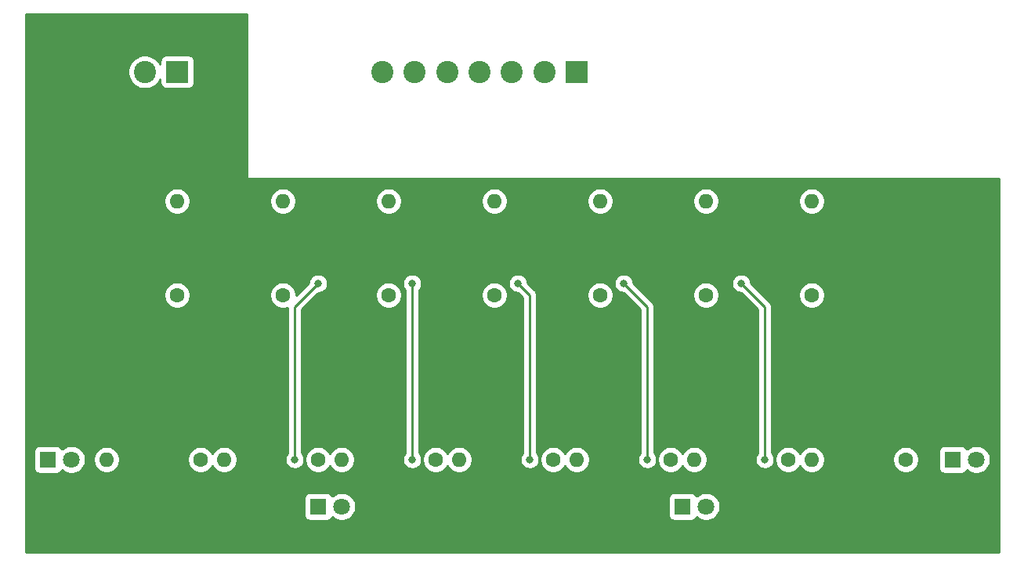
<source format=gbr>
G04 #@! TF.GenerationSoftware,KiCad,Pcbnew,5.1.9-73d0e3b20d~88~ubuntu20.04.1*
G04 #@! TF.CreationDate,2022-04-18T22:37:33-07:00*
G04 #@! TF.ProjectId,Photo_Resistor_Sensing2,50686f74-6f5f-4526-9573-6973746f725f,rev?*
G04 #@! TF.SameCoordinates,Original*
G04 #@! TF.FileFunction,Copper,L2,Bot*
G04 #@! TF.FilePolarity,Positive*
%FSLAX46Y46*%
G04 Gerber Fmt 4.6, Leading zero omitted, Abs format (unit mm)*
G04 Created by KiCad (PCBNEW 5.1.9-73d0e3b20d~88~ubuntu20.04.1) date 2022-04-18 22:37:33*
%MOMM*%
%LPD*%
G01*
G04 APERTURE LIST*
G04 #@! TA.AperFunction,ComponentPad*
%ADD10R,1.800000X1.800000*%
G04 #@! TD*
G04 #@! TA.AperFunction,ComponentPad*
%ADD11C,1.800000*%
G04 #@! TD*
G04 #@! TA.AperFunction,ComponentPad*
%ADD12R,2.400000X2.400000*%
G04 #@! TD*
G04 #@! TA.AperFunction,ComponentPad*
%ADD13C,2.400000*%
G04 #@! TD*
G04 #@! TA.AperFunction,ComponentPad*
%ADD14C,1.600000*%
G04 #@! TD*
G04 #@! TA.AperFunction,ComponentPad*
%ADD15O,1.600000X1.600000*%
G04 #@! TD*
G04 #@! TA.AperFunction,ViaPad*
%ADD16C,0.800000*%
G04 #@! TD*
G04 #@! TA.AperFunction,Conductor*
%ADD17C,0.250000*%
G04 #@! TD*
G04 #@! TA.AperFunction,NonConductor*
%ADD18C,0.254000*%
G04 #@! TD*
G04 #@! TA.AperFunction,NonConductor*
%ADD19C,0.100000*%
G04 #@! TD*
G04 APERTURE END LIST*
D10*
G04 #@! TO.P,D1,1*
G04 #@! TO.N,GND*
X223520000Y-106680000D03*
D11*
G04 #@! TO.P,D1,2*
G04 #@! TO.N,Net-(D1-Pad2)*
X226060000Y-106680000D03*
G04 #@! TD*
G04 #@! TO.P,D2,2*
G04 #@! TO.N,Net-(D1-Pad2)*
X196850000Y-111760000D03*
D10*
G04 #@! TO.P,D2,1*
G04 #@! TO.N,GND*
X194310000Y-111760000D03*
G04 #@! TD*
G04 #@! TO.P,D3,1*
G04 #@! TO.N,GND*
X154940000Y-111760000D03*
D11*
G04 #@! TO.P,D3,2*
G04 #@! TO.N,Net-(D1-Pad2)*
X157480000Y-111760000D03*
G04 #@! TD*
G04 #@! TO.P,D4,2*
G04 #@! TO.N,Net-(D1-Pad2)*
X128270000Y-106680000D03*
D10*
G04 #@! TO.P,D4,1*
G04 #@! TO.N,GND*
X125730000Y-106680000D03*
G04 #@! TD*
D12*
G04 #@! TO.P,J1,1*
G04 #@! TO.N,/A8*
X182880000Y-64770000D03*
D13*
G04 #@! TO.P,J1,2*
G04 #@! TO.N,/A9*
X179380000Y-64770000D03*
G04 #@! TO.P,J1,3*
G04 #@! TO.N,/A10*
X175880000Y-64770000D03*
G04 #@! TO.P,J1,4*
G04 #@! TO.N,/A11*
X172380000Y-64770000D03*
G04 #@! TO.P,J1,5*
G04 #@! TO.N,/A12*
X168880000Y-64770000D03*
G04 #@! TO.P,J1,6*
G04 #@! TO.N,/A13*
X165380000Y-64770000D03*
G04 #@! TO.P,J1,7*
G04 #@! TO.N,/A14*
X161880000Y-64770000D03*
G04 #@! TD*
D12*
G04 #@! TO.P,J2,1*
G04 #@! TO.N,Net-(J2-Pad1)*
X139700000Y-64770000D03*
D13*
G04 #@! TO.P,J2,2*
G04 #@! TO.N,GND*
X136200000Y-64770000D03*
G04 #@! TD*
D14*
G04 #@! TO.P,R1,1*
G04 #@! TO.N,Net-(R1-Pad1)*
X208280000Y-88900000D03*
D15*
G04 #@! TO.P,R1,2*
G04 #@! TO.N,/A8*
X208280000Y-78740000D03*
G04 #@! TD*
G04 #@! TO.P,R2,2*
G04 #@! TO.N,GND*
X208280000Y-106680000D03*
D14*
G04 #@! TO.P,R2,1*
G04 #@! TO.N,/A8*
X218440000Y-106680000D03*
G04 #@! TD*
D15*
G04 #@! TO.P,R3,2*
G04 #@! TO.N,/A9*
X196850000Y-78740000D03*
D14*
G04 #@! TO.P,R3,1*
G04 #@! TO.N,Net-(R1-Pad1)*
X196850000Y-88900000D03*
G04 #@! TD*
G04 #@! TO.P,R4,1*
G04 #@! TO.N,/A9*
X205740000Y-106680000D03*
D15*
G04 #@! TO.P,R4,2*
G04 #@! TO.N,GND*
X195580000Y-106680000D03*
G04 #@! TD*
D14*
G04 #@! TO.P,R5,1*
G04 #@! TO.N,Net-(R1-Pad1)*
X185420000Y-88900000D03*
D15*
G04 #@! TO.P,R5,2*
G04 #@! TO.N,/A10*
X185420000Y-78740000D03*
G04 #@! TD*
G04 #@! TO.P,R6,2*
G04 #@! TO.N,GND*
X182880000Y-106680000D03*
D14*
G04 #@! TO.P,R6,1*
G04 #@! TO.N,/A10*
X193040000Y-106680000D03*
G04 #@! TD*
D15*
G04 #@! TO.P,R7,2*
G04 #@! TO.N,/A11*
X173990000Y-78740000D03*
D14*
G04 #@! TO.P,R7,1*
G04 #@! TO.N,Net-(R1-Pad1)*
X173990000Y-88900000D03*
G04 #@! TD*
G04 #@! TO.P,R8,1*
G04 #@! TO.N,/A11*
X180340000Y-106680000D03*
D15*
G04 #@! TO.P,R8,2*
G04 #@! TO.N,GND*
X170180000Y-106680000D03*
G04 #@! TD*
D14*
G04 #@! TO.P,R9,1*
G04 #@! TO.N,Net-(R1-Pad1)*
X162560000Y-88900000D03*
D15*
G04 #@! TO.P,R9,2*
G04 #@! TO.N,/A12*
X162560000Y-78740000D03*
G04 #@! TD*
G04 #@! TO.P,R10,2*
G04 #@! TO.N,GND*
X157480000Y-106680000D03*
D14*
G04 #@! TO.P,R10,1*
G04 #@! TO.N,/A12*
X167640000Y-106680000D03*
G04 #@! TD*
D15*
G04 #@! TO.P,R11,2*
G04 #@! TO.N,/A13*
X151130000Y-78740000D03*
D14*
G04 #@! TO.P,R11,1*
G04 #@! TO.N,Net-(R1-Pad1)*
X151130000Y-88900000D03*
G04 #@! TD*
G04 #@! TO.P,R12,1*
G04 #@! TO.N,/A13*
X154940000Y-106680000D03*
D15*
G04 #@! TO.P,R12,2*
G04 #@! TO.N,GND*
X144780000Y-106680000D03*
G04 #@! TD*
D14*
G04 #@! TO.P,R13,1*
G04 #@! TO.N,Net-(R1-Pad1)*
X139700000Y-88900000D03*
D15*
G04 #@! TO.P,R13,2*
G04 #@! TO.N,/A14*
X139700000Y-78740000D03*
G04 #@! TD*
G04 #@! TO.P,R14,2*
G04 #@! TO.N,GND*
X132080000Y-106680000D03*
D14*
G04 #@! TO.P,R14,1*
G04 #@! TO.N,/A14*
X142240000Y-106680000D03*
G04 #@! TD*
D16*
G04 #@! TO.N,/A9*
X200660000Y-87630000D03*
X203200000Y-106680000D03*
G04 #@! TO.N,/A10*
X187960000Y-87630000D03*
X190500000Y-106680000D03*
G04 #@! TO.N,/A11*
X176530000Y-87630000D03*
X177800000Y-106680000D03*
G04 #@! TO.N,/A12*
X165100000Y-87630000D03*
X165100000Y-106680000D03*
G04 #@! TO.N,/A13*
X154940000Y-87630000D03*
X152400000Y-106680000D03*
G04 #@! TD*
D17*
G04 #@! TO.N,/A9*
X203200000Y-90170000D02*
X203200000Y-106680000D01*
X200660000Y-87630000D02*
X203200000Y-90170000D01*
G04 #@! TO.N,/A10*
X190500000Y-90170000D02*
X190500000Y-106680000D01*
X187960000Y-87630000D02*
X190500000Y-90170000D01*
G04 #@! TO.N,/A11*
X177800000Y-88900000D02*
X177800000Y-106680000D01*
X176530000Y-87630000D02*
X177800000Y-88900000D01*
G04 #@! TO.N,/A12*
X165100000Y-87630000D02*
X165100000Y-106680000D01*
G04 #@! TO.N,/A13*
X152400000Y-90170000D02*
X152400000Y-106680000D01*
X154940000Y-87630000D02*
X152400000Y-90170000D01*
G04 #@! TD*
D18*
X147193000Y-76200000D02*
X147195440Y-76224776D01*
X147202667Y-76248601D01*
X147214403Y-76270557D01*
X147230197Y-76289803D01*
X147249443Y-76305597D01*
X147271399Y-76317333D01*
X147295224Y-76324560D01*
X147320000Y-76327000D01*
X228473000Y-76327000D01*
X228473000Y-116713000D01*
X123317000Y-116713000D01*
X123317000Y-110860000D01*
X153401928Y-110860000D01*
X153401928Y-112660000D01*
X153414188Y-112784482D01*
X153450498Y-112904180D01*
X153509463Y-113014494D01*
X153588815Y-113111185D01*
X153685506Y-113190537D01*
X153795820Y-113249502D01*
X153915518Y-113285812D01*
X154040000Y-113298072D01*
X155840000Y-113298072D01*
X155964482Y-113285812D01*
X156084180Y-113249502D01*
X156194494Y-113190537D01*
X156291185Y-113111185D01*
X156370537Y-113014494D01*
X156429502Y-112904180D01*
X156435056Y-112885873D01*
X156501495Y-112952312D01*
X156752905Y-113120299D01*
X157032257Y-113236011D01*
X157328816Y-113295000D01*
X157631184Y-113295000D01*
X157927743Y-113236011D01*
X158207095Y-113120299D01*
X158458505Y-112952312D01*
X158672312Y-112738505D01*
X158840299Y-112487095D01*
X158956011Y-112207743D01*
X159015000Y-111911184D01*
X159015000Y-111608816D01*
X158956011Y-111312257D01*
X158840299Y-111032905D01*
X158724768Y-110860000D01*
X192771928Y-110860000D01*
X192771928Y-112660000D01*
X192784188Y-112784482D01*
X192820498Y-112904180D01*
X192879463Y-113014494D01*
X192958815Y-113111185D01*
X193055506Y-113190537D01*
X193165820Y-113249502D01*
X193285518Y-113285812D01*
X193410000Y-113298072D01*
X195210000Y-113298072D01*
X195334482Y-113285812D01*
X195454180Y-113249502D01*
X195564494Y-113190537D01*
X195661185Y-113111185D01*
X195740537Y-113014494D01*
X195799502Y-112904180D01*
X195805056Y-112885873D01*
X195871495Y-112952312D01*
X196122905Y-113120299D01*
X196402257Y-113236011D01*
X196698816Y-113295000D01*
X197001184Y-113295000D01*
X197297743Y-113236011D01*
X197577095Y-113120299D01*
X197828505Y-112952312D01*
X198042312Y-112738505D01*
X198210299Y-112487095D01*
X198326011Y-112207743D01*
X198385000Y-111911184D01*
X198385000Y-111608816D01*
X198326011Y-111312257D01*
X198210299Y-111032905D01*
X198042312Y-110781495D01*
X197828505Y-110567688D01*
X197577095Y-110399701D01*
X197297743Y-110283989D01*
X197001184Y-110225000D01*
X196698816Y-110225000D01*
X196402257Y-110283989D01*
X196122905Y-110399701D01*
X195871495Y-110567688D01*
X195805056Y-110634127D01*
X195799502Y-110615820D01*
X195740537Y-110505506D01*
X195661185Y-110408815D01*
X195564494Y-110329463D01*
X195454180Y-110270498D01*
X195334482Y-110234188D01*
X195210000Y-110221928D01*
X193410000Y-110221928D01*
X193285518Y-110234188D01*
X193165820Y-110270498D01*
X193055506Y-110329463D01*
X192958815Y-110408815D01*
X192879463Y-110505506D01*
X192820498Y-110615820D01*
X192784188Y-110735518D01*
X192771928Y-110860000D01*
X158724768Y-110860000D01*
X158672312Y-110781495D01*
X158458505Y-110567688D01*
X158207095Y-110399701D01*
X157927743Y-110283989D01*
X157631184Y-110225000D01*
X157328816Y-110225000D01*
X157032257Y-110283989D01*
X156752905Y-110399701D01*
X156501495Y-110567688D01*
X156435056Y-110634127D01*
X156429502Y-110615820D01*
X156370537Y-110505506D01*
X156291185Y-110408815D01*
X156194494Y-110329463D01*
X156084180Y-110270498D01*
X155964482Y-110234188D01*
X155840000Y-110221928D01*
X154040000Y-110221928D01*
X153915518Y-110234188D01*
X153795820Y-110270498D01*
X153685506Y-110329463D01*
X153588815Y-110408815D01*
X153509463Y-110505506D01*
X153450498Y-110615820D01*
X153414188Y-110735518D01*
X153401928Y-110860000D01*
X123317000Y-110860000D01*
X123317000Y-105780000D01*
X124191928Y-105780000D01*
X124191928Y-107580000D01*
X124204188Y-107704482D01*
X124240498Y-107824180D01*
X124299463Y-107934494D01*
X124378815Y-108031185D01*
X124475506Y-108110537D01*
X124585820Y-108169502D01*
X124705518Y-108205812D01*
X124830000Y-108218072D01*
X126630000Y-108218072D01*
X126754482Y-108205812D01*
X126874180Y-108169502D01*
X126984494Y-108110537D01*
X127081185Y-108031185D01*
X127160537Y-107934494D01*
X127219502Y-107824180D01*
X127225056Y-107805873D01*
X127291495Y-107872312D01*
X127542905Y-108040299D01*
X127822257Y-108156011D01*
X128118816Y-108215000D01*
X128421184Y-108215000D01*
X128717743Y-108156011D01*
X128997095Y-108040299D01*
X129248505Y-107872312D01*
X129462312Y-107658505D01*
X129630299Y-107407095D01*
X129746011Y-107127743D01*
X129805000Y-106831184D01*
X129805000Y-106538665D01*
X130645000Y-106538665D01*
X130645000Y-106821335D01*
X130700147Y-107098574D01*
X130808320Y-107359727D01*
X130965363Y-107594759D01*
X131165241Y-107794637D01*
X131400273Y-107951680D01*
X131661426Y-108059853D01*
X131938665Y-108115000D01*
X132221335Y-108115000D01*
X132498574Y-108059853D01*
X132759727Y-107951680D01*
X132994759Y-107794637D01*
X133194637Y-107594759D01*
X133351680Y-107359727D01*
X133459853Y-107098574D01*
X133515000Y-106821335D01*
X133515000Y-106538665D01*
X140805000Y-106538665D01*
X140805000Y-106821335D01*
X140860147Y-107098574D01*
X140968320Y-107359727D01*
X141125363Y-107594759D01*
X141325241Y-107794637D01*
X141560273Y-107951680D01*
X141821426Y-108059853D01*
X142098665Y-108115000D01*
X142381335Y-108115000D01*
X142658574Y-108059853D01*
X142919727Y-107951680D01*
X143154759Y-107794637D01*
X143354637Y-107594759D01*
X143510000Y-107362241D01*
X143665363Y-107594759D01*
X143865241Y-107794637D01*
X144100273Y-107951680D01*
X144361426Y-108059853D01*
X144638665Y-108115000D01*
X144921335Y-108115000D01*
X145198574Y-108059853D01*
X145459727Y-107951680D01*
X145694759Y-107794637D01*
X145894637Y-107594759D01*
X146051680Y-107359727D01*
X146159853Y-107098574D01*
X146215000Y-106821335D01*
X146215000Y-106538665D01*
X146159853Y-106261426D01*
X146051680Y-106000273D01*
X145894637Y-105765241D01*
X145694759Y-105565363D01*
X145459727Y-105408320D01*
X145198574Y-105300147D01*
X144921335Y-105245000D01*
X144638665Y-105245000D01*
X144361426Y-105300147D01*
X144100273Y-105408320D01*
X143865241Y-105565363D01*
X143665363Y-105765241D01*
X143510000Y-105997759D01*
X143354637Y-105765241D01*
X143154759Y-105565363D01*
X142919727Y-105408320D01*
X142658574Y-105300147D01*
X142381335Y-105245000D01*
X142098665Y-105245000D01*
X141821426Y-105300147D01*
X141560273Y-105408320D01*
X141325241Y-105565363D01*
X141125363Y-105765241D01*
X140968320Y-106000273D01*
X140860147Y-106261426D01*
X140805000Y-106538665D01*
X133515000Y-106538665D01*
X133459853Y-106261426D01*
X133351680Y-106000273D01*
X133194637Y-105765241D01*
X132994759Y-105565363D01*
X132759727Y-105408320D01*
X132498574Y-105300147D01*
X132221335Y-105245000D01*
X131938665Y-105245000D01*
X131661426Y-105300147D01*
X131400273Y-105408320D01*
X131165241Y-105565363D01*
X130965363Y-105765241D01*
X130808320Y-106000273D01*
X130700147Y-106261426D01*
X130645000Y-106538665D01*
X129805000Y-106538665D01*
X129805000Y-106528816D01*
X129746011Y-106232257D01*
X129630299Y-105952905D01*
X129462312Y-105701495D01*
X129248505Y-105487688D01*
X128997095Y-105319701D01*
X128717743Y-105203989D01*
X128421184Y-105145000D01*
X128118816Y-105145000D01*
X127822257Y-105203989D01*
X127542905Y-105319701D01*
X127291495Y-105487688D01*
X127225056Y-105554127D01*
X127219502Y-105535820D01*
X127160537Y-105425506D01*
X127081185Y-105328815D01*
X126984494Y-105249463D01*
X126874180Y-105190498D01*
X126754482Y-105154188D01*
X126630000Y-105141928D01*
X124830000Y-105141928D01*
X124705518Y-105154188D01*
X124585820Y-105190498D01*
X124475506Y-105249463D01*
X124378815Y-105328815D01*
X124299463Y-105425506D01*
X124240498Y-105535820D01*
X124204188Y-105655518D01*
X124191928Y-105780000D01*
X123317000Y-105780000D01*
X123317000Y-88758665D01*
X138265000Y-88758665D01*
X138265000Y-89041335D01*
X138320147Y-89318574D01*
X138428320Y-89579727D01*
X138585363Y-89814759D01*
X138785241Y-90014637D01*
X139020273Y-90171680D01*
X139281426Y-90279853D01*
X139558665Y-90335000D01*
X139841335Y-90335000D01*
X140118574Y-90279853D01*
X140379727Y-90171680D01*
X140614759Y-90014637D01*
X140814637Y-89814759D01*
X140971680Y-89579727D01*
X141079853Y-89318574D01*
X141135000Y-89041335D01*
X141135000Y-88758665D01*
X149695000Y-88758665D01*
X149695000Y-89041335D01*
X149750147Y-89318574D01*
X149858320Y-89579727D01*
X150015363Y-89814759D01*
X150215241Y-90014637D01*
X150450273Y-90171680D01*
X150711426Y-90279853D01*
X150988665Y-90335000D01*
X151271335Y-90335000D01*
X151548574Y-90279853D01*
X151640000Y-90241983D01*
X151640001Y-105976288D01*
X151596063Y-106020226D01*
X151482795Y-106189744D01*
X151404774Y-106378102D01*
X151365000Y-106578061D01*
X151365000Y-106781939D01*
X151404774Y-106981898D01*
X151482795Y-107170256D01*
X151596063Y-107339774D01*
X151740226Y-107483937D01*
X151909744Y-107597205D01*
X152098102Y-107675226D01*
X152298061Y-107715000D01*
X152501939Y-107715000D01*
X152701898Y-107675226D01*
X152890256Y-107597205D01*
X153059774Y-107483937D01*
X153203937Y-107339774D01*
X153317205Y-107170256D01*
X153395226Y-106981898D01*
X153435000Y-106781939D01*
X153435000Y-106578061D01*
X153427164Y-106538665D01*
X153505000Y-106538665D01*
X153505000Y-106821335D01*
X153560147Y-107098574D01*
X153668320Y-107359727D01*
X153825363Y-107594759D01*
X154025241Y-107794637D01*
X154260273Y-107951680D01*
X154521426Y-108059853D01*
X154798665Y-108115000D01*
X155081335Y-108115000D01*
X155358574Y-108059853D01*
X155619727Y-107951680D01*
X155854759Y-107794637D01*
X156054637Y-107594759D01*
X156210000Y-107362241D01*
X156365363Y-107594759D01*
X156565241Y-107794637D01*
X156800273Y-107951680D01*
X157061426Y-108059853D01*
X157338665Y-108115000D01*
X157621335Y-108115000D01*
X157898574Y-108059853D01*
X158159727Y-107951680D01*
X158394759Y-107794637D01*
X158594637Y-107594759D01*
X158751680Y-107359727D01*
X158859853Y-107098574D01*
X158915000Y-106821335D01*
X158915000Y-106538665D01*
X158859853Y-106261426D01*
X158751680Y-106000273D01*
X158594637Y-105765241D01*
X158394759Y-105565363D01*
X158159727Y-105408320D01*
X157898574Y-105300147D01*
X157621335Y-105245000D01*
X157338665Y-105245000D01*
X157061426Y-105300147D01*
X156800273Y-105408320D01*
X156565241Y-105565363D01*
X156365363Y-105765241D01*
X156210000Y-105997759D01*
X156054637Y-105765241D01*
X155854759Y-105565363D01*
X155619727Y-105408320D01*
X155358574Y-105300147D01*
X155081335Y-105245000D01*
X154798665Y-105245000D01*
X154521426Y-105300147D01*
X154260273Y-105408320D01*
X154025241Y-105565363D01*
X153825363Y-105765241D01*
X153668320Y-106000273D01*
X153560147Y-106261426D01*
X153505000Y-106538665D01*
X153427164Y-106538665D01*
X153395226Y-106378102D01*
X153317205Y-106189744D01*
X153203937Y-106020226D01*
X153160000Y-105976289D01*
X153160000Y-90484801D01*
X154886137Y-88758665D01*
X161125000Y-88758665D01*
X161125000Y-89041335D01*
X161180147Y-89318574D01*
X161288320Y-89579727D01*
X161445363Y-89814759D01*
X161645241Y-90014637D01*
X161880273Y-90171680D01*
X162141426Y-90279853D01*
X162418665Y-90335000D01*
X162701335Y-90335000D01*
X162978574Y-90279853D01*
X163239727Y-90171680D01*
X163474759Y-90014637D01*
X163674637Y-89814759D01*
X163831680Y-89579727D01*
X163939853Y-89318574D01*
X163995000Y-89041335D01*
X163995000Y-88758665D01*
X163939853Y-88481426D01*
X163831680Y-88220273D01*
X163674637Y-87985241D01*
X163474759Y-87785363D01*
X163239727Y-87628320D01*
X162997681Y-87528061D01*
X164065000Y-87528061D01*
X164065000Y-87731939D01*
X164104774Y-87931898D01*
X164182795Y-88120256D01*
X164296063Y-88289774D01*
X164340000Y-88333711D01*
X164340001Y-105976288D01*
X164296063Y-106020226D01*
X164182795Y-106189744D01*
X164104774Y-106378102D01*
X164065000Y-106578061D01*
X164065000Y-106781939D01*
X164104774Y-106981898D01*
X164182795Y-107170256D01*
X164296063Y-107339774D01*
X164440226Y-107483937D01*
X164609744Y-107597205D01*
X164798102Y-107675226D01*
X164998061Y-107715000D01*
X165201939Y-107715000D01*
X165401898Y-107675226D01*
X165590256Y-107597205D01*
X165759774Y-107483937D01*
X165903937Y-107339774D01*
X166017205Y-107170256D01*
X166095226Y-106981898D01*
X166135000Y-106781939D01*
X166135000Y-106578061D01*
X166127164Y-106538665D01*
X166205000Y-106538665D01*
X166205000Y-106821335D01*
X166260147Y-107098574D01*
X166368320Y-107359727D01*
X166525363Y-107594759D01*
X166725241Y-107794637D01*
X166960273Y-107951680D01*
X167221426Y-108059853D01*
X167498665Y-108115000D01*
X167781335Y-108115000D01*
X168058574Y-108059853D01*
X168319727Y-107951680D01*
X168554759Y-107794637D01*
X168754637Y-107594759D01*
X168910000Y-107362241D01*
X169065363Y-107594759D01*
X169265241Y-107794637D01*
X169500273Y-107951680D01*
X169761426Y-108059853D01*
X170038665Y-108115000D01*
X170321335Y-108115000D01*
X170598574Y-108059853D01*
X170859727Y-107951680D01*
X171094759Y-107794637D01*
X171294637Y-107594759D01*
X171451680Y-107359727D01*
X171559853Y-107098574D01*
X171615000Y-106821335D01*
X171615000Y-106538665D01*
X171559853Y-106261426D01*
X171451680Y-106000273D01*
X171294637Y-105765241D01*
X171094759Y-105565363D01*
X170859727Y-105408320D01*
X170598574Y-105300147D01*
X170321335Y-105245000D01*
X170038665Y-105245000D01*
X169761426Y-105300147D01*
X169500273Y-105408320D01*
X169265241Y-105565363D01*
X169065363Y-105765241D01*
X168910000Y-105997759D01*
X168754637Y-105765241D01*
X168554759Y-105565363D01*
X168319727Y-105408320D01*
X168058574Y-105300147D01*
X167781335Y-105245000D01*
X167498665Y-105245000D01*
X167221426Y-105300147D01*
X166960273Y-105408320D01*
X166725241Y-105565363D01*
X166525363Y-105765241D01*
X166368320Y-106000273D01*
X166260147Y-106261426D01*
X166205000Y-106538665D01*
X166127164Y-106538665D01*
X166095226Y-106378102D01*
X166017205Y-106189744D01*
X165903937Y-106020226D01*
X165860000Y-105976289D01*
X165860000Y-88758665D01*
X172555000Y-88758665D01*
X172555000Y-89041335D01*
X172610147Y-89318574D01*
X172718320Y-89579727D01*
X172875363Y-89814759D01*
X173075241Y-90014637D01*
X173310273Y-90171680D01*
X173571426Y-90279853D01*
X173848665Y-90335000D01*
X174131335Y-90335000D01*
X174408574Y-90279853D01*
X174669727Y-90171680D01*
X174904759Y-90014637D01*
X175104637Y-89814759D01*
X175261680Y-89579727D01*
X175369853Y-89318574D01*
X175425000Y-89041335D01*
X175425000Y-88758665D01*
X175369853Y-88481426D01*
X175261680Y-88220273D01*
X175104637Y-87985241D01*
X174904759Y-87785363D01*
X174669727Y-87628320D01*
X174427681Y-87528061D01*
X175495000Y-87528061D01*
X175495000Y-87731939D01*
X175534774Y-87931898D01*
X175612795Y-88120256D01*
X175726063Y-88289774D01*
X175870226Y-88433937D01*
X176039744Y-88547205D01*
X176228102Y-88625226D01*
X176428061Y-88665000D01*
X176490199Y-88665000D01*
X177040000Y-89214802D01*
X177040001Y-105976288D01*
X176996063Y-106020226D01*
X176882795Y-106189744D01*
X176804774Y-106378102D01*
X176765000Y-106578061D01*
X176765000Y-106781939D01*
X176804774Y-106981898D01*
X176882795Y-107170256D01*
X176996063Y-107339774D01*
X177140226Y-107483937D01*
X177309744Y-107597205D01*
X177498102Y-107675226D01*
X177698061Y-107715000D01*
X177901939Y-107715000D01*
X178101898Y-107675226D01*
X178290256Y-107597205D01*
X178459774Y-107483937D01*
X178603937Y-107339774D01*
X178717205Y-107170256D01*
X178795226Y-106981898D01*
X178835000Y-106781939D01*
X178835000Y-106578061D01*
X178827164Y-106538665D01*
X178905000Y-106538665D01*
X178905000Y-106821335D01*
X178960147Y-107098574D01*
X179068320Y-107359727D01*
X179225363Y-107594759D01*
X179425241Y-107794637D01*
X179660273Y-107951680D01*
X179921426Y-108059853D01*
X180198665Y-108115000D01*
X180481335Y-108115000D01*
X180758574Y-108059853D01*
X181019727Y-107951680D01*
X181254759Y-107794637D01*
X181454637Y-107594759D01*
X181610000Y-107362241D01*
X181765363Y-107594759D01*
X181965241Y-107794637D01*
X182200273Y-107951680D01*
X182461426Y-108059853D01*
X182738665Y-108115000D01*
X183021335Y-108115000D01*
X183298574Y-108059853D01*
X183559727Y-107951680D01*
X183794759Y-107794637D01*
X183994637Y-107594759D01*
X184151680Y-107359727D01*
X184259853Y-107098574D01*
X184315000Y-106821335D01*
X184315000Y-106538665D01*
X184259853Y-106261426D01*
X184151680Y-106000273D01*
X183994637Y-105765241D01*
X183794759Y-105565363D01*
X183559727Y-105408320D01*
X183298574Y-105300147D01*
X183021335Y-105245000D01*
X182738665Y-105245000D01*
X182461426Y-105300147D01*
X182200273Y-105408320D01*
X181965241Y-105565363D01*
X181765363Y-105765241D01*
X181610000Y-105997759D01*
X181454637Y-105765241D01*
X181254759Y-105565363D01*
X181019727Y-105408320D01*
X180758574Y-105300147D01*
X180481335Y-105245000D01*
X180198665Y-105245000D01*
X179921426Y-105300147D01*
X179660273Y-105408320D01*
X179425241Y-105565363D01*
X179225363Y-105765241D01*
X179068320Y-106000273D01*
X178960147Y-106261426D01*
X178905000Y-106538665D01*
X178827164Y-106538665D01*
X178795226Y-106378102D01*
X178717205Y-106189744D01*
X178603937Y-106020226D01*
X178560000Y-105976289D01*
X178560000Y-88937322D01*
X178563676Y-88899999D01*
X178560000Y-88862676D01*
X178560000Y-88862667D01*
X178549757Y-88758665D01*
X183985000Y-88758665D01*
X183985000Y-89041335D01*
X184040147Y-89318574D01*
X184148320Y-89579727D01*
X184305363Y-89814759D01*
X184505241Y-90014637D01*
X184740273Y-90171680D01*
X185001426Y-90279853D01*
X185278665Y-90335000D01*
X185561335Y-90335000D01*
X185838574Y-90279853D01*
X186099727Y-90171680D01*
X186334759Y-90014637D01*
X186534637Y-89814759D01*
X186691680Y-89579727D01*
X186799853Y-89318574D01*
X186855000Y-89041335D01*
X186855000Y-88758665D01*
X186799853Y-88481426D01*
X186691680Y-88220273D01*
X186534637Y-87985241D01*
X186334759Y-87785363D01*
X186099727Y-87628320D01*
X185857681Y-87528061D01*
X186925000Y-87528061D01*
X186925000Y-87731939D01*
X186964774Y-87931898D01*
X187042795Y-88120256D01*
X187156063Y-88289774D01*
X187300226Y-88433937D01*
X187469744Y-88547205D01*
X187658102Y-88625226D01*
X187858061Y-88665000D01*
X187920199Y-88665000D01*
X189740000Y-90484803D01*
X189740001Y-105976288D01*
X189696063Y-106020226D01*
X189582795Y-106189744D01*
X189504774Y-106378102D01*
X189465000Y-106578061D01*
X189465000Y-106781939D01*
X189504774Y-106981898D01*
X189582795Y-107170256D01*
X189696063Y-107339774D01*
X189840226Y-107483937D01*
X190009744Y-107597205D01*
X190198102Y-107675226D01*
X190398061Y-107715000D01*
X190601939Y-107715000D01*
X190801898Y-107675226D01*
X190990256Y-107597205D01*
X191159774Y-107483937D01*
X191303937Y-107339774D01*
X191417205Y-107170256D01*
X191495226Y-106981898D01*
X191535000Y-106781939D01*
X191535000Y-106578061D01*
X191527164Y-106538665D01*
X191605000Y-106538665D01*
X191605000Y-106821335D01*
X191660147Y-107098574D01*
X191768320Y-107359727D01*
X191925363Y-107594759D01*
X192125241Y-107794637D01*
X192360273Y-107951680D01*
X192621426Y-108059853D01*
X192898665Y-108115000D01*
X193181335Y-108115000D01*
X193458574Y-108059853D01*
X193719727Y-107951680D01*
X193954759Y-107794637D01*
X194154637Y-107594759D01*
X194310000Y-107362241D01*
X194465363Y-107594759D01*
X194665241Y-107794637D01*
X194900273Y-107951680D01*
X195161426Y-108059853D01*
X195438665Y-108115000D01*
X195721335Y-108115000D01*
X195998574Y-108059853D01*
X196259727Y-107951680D01*
X196494759Y-107794637D01*
X196694637Y-107594759D01*
X196851680Y-107359727D01*
X196959853Y-107098574D01*
X197015000Y-106821335D01*
X197015000Y-106538665D01*
X196959853Y-106261426D01*
X196851680Y-106000273D01*
X196694637Y-105765241D01*
X196494759Y-105565363D01*
X196259727Y-105408320D01*
X195998574Y-105300147D01*
X195721335Y-105245000D01*
X195438665Y-105245000D01*
X195161426Y-105300147D01*
X194900273Y-105408320D01*
X194665241Y-105565363D01*
X194465363Y-105765241D01*
X194310000Y-105997759D01*
X194154637Y-105765241D01*
X193954759Y-105565363D01*
X193719727Y-105408320D01*
X193458574Y-105300147D01*
X193181335Y-105245000D01*
X192898665Y-105245000D01*
X192621426Y-105300147D01*
X192360273Y-105408320D01*
X192125241Y-105565363D01*
X191925363Y-105765241D01*
X191768320Y-106000273D01*
X191660147Y-106261426D01*
X191605000Y-106538665D01*
X191527164Y-106538665D01*
X191495226Y-106378102D01*
X191417205Y-106189744D01*
X191303937Y-106020226D01*
X191260000Y-105976289D01*
X191260000Y-90207322D01*
X191263676Y-90169999D01*
X191260000Y-90132676D01*
X191260000Y-90132667D01*
X191249003Y-90021014D01*
X191205546Y-89877753D01*
X191134974Y-89745724D01*
X191121811Y-89729685D01*
X191063799Y-89658996D01*
X191063795Y-89658992D01*
X191040001Y-89629999D01*
X191011009Y-89606206D01*
X190163468Y-88758665D01*
X195415000Y-88758665D01*
X195415000Y-89041335D01*
X195470147Y-89318574D01*
X195578320Y-89579727D01*
X195735363Y-89814759D01*
X195935241Y-90014637D01*
X196170273Y-90171680D01*
X196431426Y-90279853D01*
X196708665Y-90335000D01*
X196991335Y-90335000D01*
X197268574Y-90279853D01*
X197529727Y-90171680D01*
X197764759Y-90014637D01*
X197964637Y-89814759D01*
X198121680Y-89579727D01*
X198229853Y-89318574D01*
X198285000Y-89041335D01*
X198285000Y-88758665D01*
X198229853Y-88481426D01*
X198121680Y-88220273D01*
X197964637Y-87985241D01*
X197764759Y-87785363D01*
X197529727Y-87628320D01*
X197287681Y-87528061D01*
X199625000Y-87528061D01*
X199625000Y-87731939D01*
X199664774Y-87931898D01*
X199742795Y-88120256D01*
X199856063Y-88289774D01*
X200000226Y-88433937D01*
X200169744Y-88547205D01*
X200358102Y-88625226D01*
X200558061Y-88665000D01*
X200620199Y-88665000D01*
X202440000Y-90484803D01*
X202440001Y-105976288D01*
X202396063Y-106020226D01*
X202282795Y-106189744D01*
X202204774Y-106378102D01*
X202165000Y-106578061D01*
X202165000Y-106781939D01*
X202204774Y-106981898D01*
X202282795Y-107170256D01*
X202396063Y-107339774D01*
X202540226Y-107483937D01*
X202709744Y-107597205D01*
X202898102Y-107675226D01*
X203098061Y-107715000D01*
X203301939Y-107715000D01*
X203501898Y-107675226D01*
X203690256Y-107597205D01*
X203859774Y-107483937D01*
X204003937Y-107339774D01*
X204117205Y-107170256D01*
X204195226Y-106981898D01*
X204235000Y-106781939D01*
X204235000Y-106578061D01*
X204227164Y-106538665D01*
X204305000Y-106538665D01*
X204305000Y-106821335D01*
X204360147Y-107098574D01*
X204468320Y-107359727D01*
X204625363Y-107594759D01*
X204825241Y-107794637D01*
X205060273Y-107951680D01*
X205321426Y-108059853D01*
X205598665Y-108115000D01*
X205881335Y-108115000D01*
X206158574Y-108059853D01*
X206419727Y-107951680D01*
X206654759Y-107794637D01*
X206854637Y-107594759D01*
X207010000Y-107362241D01*
X207165363Y-107594759D01*
X207365241Y-107794637D01*
X207600273Y-107951680D01*
X207861426Y-108059853D01*
X208138665Y-108115000D01*
X208421335Y-108115000D01*
X208698574Y-108059853D01*
X208959727Y-107951680D01*
X209194759Y-107794637D01*
X209394637Y-107594759D01*
X209551680Y-107359727D01*
X209659853Y-107098574D01*
X209715000Y-106821335D01*
X209715000Y-106538665D01*
X217005000Y-106538665D01*
X217005000Y-106821335D01*
X217060147Y-107098574D01*
X217168320Y-107359727D01*
X217325363Y-107594759D01*
X217525241Y-107794637D01*
X217760273Y-107951680D01*
X218021426Y-108059853D01*
X218298665Y-108115000D01*
X218581335Y-108115000D01*
X218858574Y-108059853D01*
X219119727Y-107951680D01*
X219354759Y-107794637D01*
X219554637Y-107594759D01*
X219711680Y-107359727D01*
X219819853Y-107098574D01*
X219875000Y-106821335D01*
X219875000Y-106538665D01*
X219819853Y-106261426D01*
X219711680Y-106000273D01*
X219564499Y-105780000D01*
X221981928Y-105780000D01*
X221981928Y-107580000D01*
X221994188Y-107704482D01*
X222030498Y-107824180D01*
X222089463Y-107934494D01*
X222168815Y-108031185D01*
X222265506Y-108110537D01*
X222375820Y-108169502D01*
X222495518Y-108205812D01*
X222620000Y-108218072D01*
X224420000Y-108218072D01*
X224544482Y-108205812D01*
X224664180Y-108169502D01*
X224774494Y-108110537D01*
X224871185Y-108031185D01*
X224950537Y-107934494D01*
X225009502Y-107824180D01*
X225015056Y-107805873D01*
X225081495Y-107872312D01*
X225332905Y-108040299D01*
X225612257Y-108156011D01*
X225908816Y-108215000D01*
X226211184Y-108215000D01*
X226507743Y-108156011D01*
X226787095Y-108040299D01*
X227038505Y-107872312D01*
X227252312Y-107658505D01*
X227420299Y-107407095D01*
X227536011Y-107127743D01*
X227595000Y-106831184D01*
X227595000Y-106528816D01*
X227536011Y-106232257D01*
X227420299Y-105952905D01*
X227252312Y-105701495D01*
X227038505Y-105487688D01*
X226787095Y-105319701D01*
X226507743Y-105203989D01*
X226211184Y-105145000D01*
X225908816Y-105145000D01*
X225612257Y-105203989D01*
X225332905Y-105319701D01*
X225081495Y-105487688D01*
X225015056Y-105554127D01*
X225009502Y-105535820D01*
X224950537Y-105425506D01*
X224871185Y-105328815D01*
X224774494Y-105249463D01*
X224664180Y-105190498D01*
X224544482Y-105154188D01*
X224420000Y-105141928D01*
X222620000Y-105141928D01*
X222495518Y-105154188D01*
X222375820Y-105190498D01*
X222265506Y-105249463D01*
X222168815Y-105328815D01*
X222089463Y-105425506D01*
X222030498Y-105535820D01*
X221994188Y-105655518D01*
X221981928Y-105780000D01*
X219564499Y-105780000D01*
X219554637Y-105765241D01*
X219354759Y-105565363D01*
X219119727Y-105408320D01*
X218858574Y-105300147D01*
X218581335Y-105245000D01*
X218298665Y-105245000D01*
X218021426Y-105300147D01*
X217760273Y-105408320D01*
X217525241Y-105565363D01*
X217325363Y-105765241D01*
X217168320Y-106000273D01*
X217060147Y-106261426D01*
X217005000Y-106538665D01*
X209715000Y-106538665D01*
X209659853Y-106261426D01*
X209551680Y-106000273D01*
X209394637Y-105765241D01*
X209194759Y-105565363D01*
X208959727Y-105408320D01*
X208698574Y-105300147D01*
X208421335Y-105245000D01*
X208138665Y-105245000D01*
X207861426Y-105300147D01*
X207600273Y-105408320D01*
X207365241Y-105565363D01*
X207165363Y-105765241D01*
X207010000Y-105997759D01*
X206854637Y-105765241D01*
X206654759Y-105565363D01*
X206419727Y-105408320D01*
X206158574Y-105300147D01*
X205881335Y-105245000D01*
X205598665Y-105245000D01*
X205321426Y-105300147D01*
X205060273Y-105408320D01*
X204825241Y-105565363D01*
X204625363Y-105765241D01*
X204468320Y-106000273D01*
X204360147Y-106261426D01*
X204305000Y-106538665D01*
X204227164Y-106538665D01*
X204195226Y-106378102D01*
X204117205Y-106189744D01*
X204003937Y-106020226D01*
X203960000Y-105976289D01*
X203960000Y-90207322D01*
X203963676Y-90169999D01*
X203960000Y-90132676D01*
X203960000Y-90132667D01*
X203949003Y-90021014D01*
X203905546Y-89877753D01*
X203834974Y-89745724D01*
X203821811Y-89729685D01*
X203763799Y-89658996D01*
X203763795Y-89658992D01*
X203740001Y-89629999D01*
X203711009Y-89606206D01*
X202863468Y-88758665D01*
X206845000Y-88758665D01*
X206845000Y-89041335D01*
X206900147Y-89318574D01*
X207008320Y-89579727D01*
X207165363Y-89814759D01*
X207365241Y-90014637D01*
X207600273Y-90171680D01*
X207861426Y-90279853D01*
X208138665Y-90335000D01*
X208421335Y-90335000D01*
X208698574Y-90279853D01*
X208959727Y-90171680D01*
X209194759Y-90014637D01*
X209394637Y-89814759D01*
X209551680Y-89579727D01*
X209659853Y-89318574D01*
X209715000Y-89041335D01*
X209715000Y-88758665D01*
X209659853Y-88481426D01*
X209551680Y-88220273D01*
X209394637Y-87985241D01*
X209194759Y-87785363D01*
X208959727Y-87628320D01*
X208698574Y-87520147D01*
X208421335Y-87465000D01*
X208138665Y-87465000D01*
X207861426Y-87520147D01*
X207600273Y-87628320D01*
X207365241Y-87785363D01*
X207165363Y-87985241D01*
X207008320Y-88220273D01*
X206900147Y-88481426D01*
X206845000Y-88758665D01*
X202863468Y-88758665D01*
X201695000Y-87590199D01*
X201695000Y-87528061D01*
X201655226Y-87328102D01*
X201577205Y-87139744D01*
X201463937Y-86970226D01*
X201319774Y-86826063D01*
X201150256Y-86712795D01*
X200961898Y-86634774D01*
X200761939Y-86595000D01*
X200558061Y-86595000D01*
X200358102Y-86634774D01*
X200169744Y-86712795D01*
X200000226Y-86826063D01*
X199856063Y-86970226D01*
X199742795Y-87139744D01*
X199664774Y-87328102D01*
X199625000Y-87528061D01*
X197287681Y-87528061D01*
X197268574Y-87520147D01*
X196991335Y-87465000D01*
X196708665Y-87465000D01*
X196431426Y-87520147D01*
X196170273Y-87628320D01*
X195935241Y-87785363D01*
X195735363Y-87985241D01*
X195578320Y-88220273D01*
X195470147Y-88481426D01*
X195415000Y-88758665D01*
X190163468Y-88758665D01*
X188995000Y-87590199D01*
X188995000Y-87528061D01*
X188955226Y-87328102D01*
X188877205Y-87139744D01*
X188763937Y-86970226D01*
X188619774Y-86826063D01*
X188450256Y-86712795D01*
X188261898Y-86634774D01*
X188061939Y-86595000D01*
X187858061Y-86595000D01*
X187658102Y-86634774D01*
X187469744Y-86712795D01*
X187300226Y-86826063D01*
X187156063Y-86970226D01*
X187042795Y-87139744D01*
X186964774Y-87328102D01*
X186925000Y-87528061D01*
X185857681Y-87528061D01*
X185838574Y-87520147D01*
X185561335Y-87465000D01*
X185278665Y-87465000D01*
X185001426Y-87520147D01*
X184740273Y-87628320D01*
X184505241Y-87785363D01*
X184305363Y-87985241D01*
X184148320Y-88220273D01*
X184040147Y-88481426D01*
X183985000Y-88758665D01*
X178549757Y-88758665D01*
X178549003Y-88751014D01*
X178505546Y-88607753D01*
X178434974Y-88475724D01*
X178340001Y-88359999D01*
X178311004Y-88336202D01*
X177565000Y-87590199D01*
X177565000Y-87528061D01*
X177525226Y-87328102D01*
X177447205Y-87139744D01*
X177333937Y-86970226D01*
X177189774Y-86826063D01*
X177020256Y-86712795D01*
X176831898Y-86634774D01*
X176631939Y-86595000D01*
X176428061Y-86595000D01*
X176228102Y-86634774D01*
X176039744Y-86712795D01*
X175870226Y-86826063D01*
X175726063Y-86970226D01*
X175612795Y-87139744D01*
X175534774Y-87328102D01*
X175495000Y-87528061D01*
X174427681Y-87528061D01*
X174408574Y-87520147D01*
X174131335Y-87465000D01*
X173848665Y-87465000D01*
X173571426Y-87520147D01*
X173310273Y-87628320D01*
X173075241Y-87785363D01*
X172875363Y-87985241D01*
X172718320Y-88220273D01*
X172610147Y-88481426D01*
X172555000Y-88758665D01*
X165860000Y-88758665D01*
X165860000Y-88333711D01*
X165903937Y-88289774D01*
X166017205Y-88120256D01*
X166095226Y-87931898D01*
X166135000Y-87731939D01*
X166135000Y-87528061D01*
X166095226Y-87328102D01*
X166017205Y-87139744D01*
X165903937Y-86970226D01*
X165759774Y-86826063D01*
X165590256Y-86712795D01*
X165401898Y-86634774D01*
X165201939Y-86595000D01*
X164998061Y-86595000D01*
X164798102Y-86634774D01*
X164609744Y-86712795D01*
X164440226Y-86826063D01*
X164296063Y-86970226D01*
X164182795Y-87139744D01*
X164104774Y-87328102D01*
X164065000Y-87528061D01*
X162997681Y-87528061D01*
X162978574Y-87520147D01*
X162701335Y-87465000D01*
X162418665Y-87465000D01*
X162141426Y-87520147D01*
X161880273Y-87628320D01*
X161645241Y-87785363D01*
X161445363Y-87985241D01*
X161288320Y-88220273D01*
X161180147Y-88481426D01*
X161125000Y-88758665D01*
X154886137Y-88758665D01*
X154979803Y-88665000D01*
X155041939Y-88665000D01*
X155241898Y-88625226D01*
X155430256Y-88547205D01*
X155599774Y-88433937D01*
X155743937Y-88289774D01*
X155857205Y-88120256D01*
X155935226Y-87931898D01*
X155975000Y-87731939D01*
X155975000Y-87528061D01*
X155935226Y-87328102D01*
X155857205Y-87139744D01*
X155743937Y-86970226D01*
X155599774Y-86826063D01*
X155430256Y-86712795D01*
X155241898Y-86634774D01*
X155041939Y-86595000D01*
X154838061Y-86595000D01*
X154638102Y-86634774D01*
X154449744Y-86712795D01*
X154280226Y-86826063D01*
X154136063Y-86970226D01*
X154022795Y-87139744D01*
X153944774Y-87328102D01*
X153905000Y-87528061D01*
X153905000Y-87590197D01*
X152565000Y-88930198D01*
X152565000Y-88758665D01*
X152509853Y-88481426D01*
X152401680Y-88220273D01*
X152244637Y-87985241D01*
X152044759Y-87785363D01*
X151809727Y-87628320D01*
X151548574Y-87520147D01*
X151271335Y-87465000D01*
X150988665Y-87465000D01*
X150711426Y-87520147D01*
X150450273Y-87628320D01*
X150215241Y-87785363D01*
X150015363Y-87985241D01*
X149858320Y-88220273D01*
X149750147Y-88481426D01*
X149695000Y-88758665D01*
X141135000Y-88758665D01*
X141079853Y-88481426D01*
X140971680Y-88220273D01*
X140814637Y-87985241D01*
X140614759Y-87785363D01*
X140379727Y-87628320D01*
X140118574Y-87520147D01*
X139841335Y-87465000D01*
X139558665Y-87465000D01*
X139281426Y-87520147D01*
X139020273Y-87628320D01*
X138785241Y-87785363D01*
X138585363Y-87985241D01*
X138428320Y-88220273D01*
X138320147Y-88481426D01*
X138265000Y-88758665D01*
X123317000Y-88758665D01*
X123317000Y-78598665D01*
X138265000Y-78598665D01*
X138265000Y-78881335D01*
X138320147Y-79158574D01*
X138428320Y-79419727D01*
X138585363Y-79654759D01*
X138785241Y-79854637D01*
X139020273Y-80011680D01*
X139281426Y-80119853D01*
X139558665Y-80175000D01*
X139841335Y-80175000D01*
X140118574Y-80119853D01*
X140379727Y-80011680D01*
X140614759Y-79854637D01*
X140814637Y-79654759D01*
X140971680Y-79419727D01*
X141079853Y-79158574D01*
X141135000Y-78881335D01*
X141135000Y-78598665D01*
X149695000Y-78598665D01*
X149695000Y-78881335D01*
X149750147Y-79158574D01*
X149858320Y-79419727D01*
X150015363Y-79654759D01*
X150215241Y-79854637D01*
X150450273Y-80011680D01*
X150711426Y-80119853D01*
X150988665Y-80175000D01*
X151271335Y-80175000D01*
X151548574Y-80119853D01*
X151809727Y-80011680D01*
X152044759Y-79854637D01*
X152244637Y-79654759D01*
X152401680Y-79419727D01*
X152509853Y-79158574D01*
X152565000Y-78881335D01*
X152565000Y-78598665D01*
X161125000Y-78598665D01*
X161125000Y-78881335D01*
X161180147Y-79158574D01*
X161288320Y-79419727D01*
X161445363Y-79654759D01*
X161645241Y-79854637D01*
X161880273Y-80011680D01*
X162141426Y-80119853D01*
X162418665Y-80175000D01*
X162701335Y-80175000D01*
X162978574Y-80119853D01*
X163239727Y-80011680D01*
X163474759Y-79854637D01*
X163674637Y-79654759D01*
X163831680Y-79419727D01*
X163939853Y-79158574D01*
X163995000Y-78881335D01*
X163995000Y-78598665D01*
X172555000Y-78598665D01*
X172555000Y-78881335D01*
X172610147Y-79158574D01*
X172718320Y-79419727D01*
X172875363Y-79654759D01*
X173075241Y-79854637D01*
X173310273Y-80011680D01*
X173571426Y-80119853D01*
X173848665Y-80175000D01*
X174131335Y-80175000D01*
X174408574Y-80119853D01*
X174669727Y-80011680D01*
X174904759Y-79854637D01*
X175104637Y-79654759D01*
X175261680Y-79419727D01*
X175369853Y-79158574D01*
X175425000Y-78881335D01*
X175425000Y-78598665D01*
X183985000Y-78598665D01*
X183985000Y-78881335D01*
X184040147Y-79158574D01*
X184148320Y-79419727D01*
X184305363Y-79654759D01*
X184505241Y-79854637D01*
X184740273Y-80011680D01*
X185001426Y-80119853D01*
X185278665Y-80175000D01*
X185561335Y-80175000D01*
X185838574Y-80119853D01*
X186099727Y-80011680D01*
X186334759Y-79854637D01*
X186534637Y-79654759D01*
X186691680Y-79419727D01*
X186799853Y-79158574D01*
X186855000Y-78881335D01*
X186855000Y-78598665D01*
X195415000Y-78598665D01*
X195415000Y-78881335D01*
X195470147Y-79158574D01*
X195578320Y-79419727D01*
X195735363Y-79654759D01*
X195935241Y-79854637D01*
X196170273Y-80011680D01*
X196431426Y-80119853D01*
X196708665Y-80175000D01*
X196991335Y-80175000D01*
X197268574Y-80119853D01*
X197529727Y-80011680D01*
X197764759Y-79854637D01*
X197964637Y-79654759D01*
X198121680Y-79419727D01*
X198229853Y-79158574D01*
X198285000Y-78881335D01*
X198285000Y-78598665D01*
X206845000Y-78598665D01*
X206845000Y-78881335D01*
X206900147Y-79158574D01*
X207008320Y-79419727D01*
X207165363Y-79654759D01*
X207365241Y-79854637D01*
X207600273Y-80011680D01*
X207861426Y-80119853D01*
X208138665Y-80175000D01*
X208421335Y-80175000D01*
X208698574Y-80119853D01*
X208959727Y-80011680D01*
X209194759Y-79854637D01*
X209394637Y-79654759D01*
X209551680Y-79419727D01*
X209659853Y-79158574D01*
X209715000Y-78881335D01*
X209715000Y-78598665D01*
X209659853Y-78321426D01*
X209551680Y-78060273D01*
X209394637Y-77825241D01*
X209194759Y-77625363D01*
X208959727Y-77468320D01*
X208698574Y-77360147D01*
X208421335Y-77305000D01*
X208138665Y-77305000D01*
X207861426Y-77360147D01*
X207600273Y-77468320D01*
X207365241Y-77625363D01*
X207165363Y-77825241D01*
X207008320Y-78060273D01*
X206900147Y-78321426D01*
X206845000Y-78598665D01*
X198285000Y-78598665D01*
X198229853Y-78321426D01*
X198121680Y-78060273D01*
X197964637Y-77825241D01*
X197764759Y-77625363D01*
X197529727Y-77468320D01*
X197268574Y-77360147D01*
X196991335Y-77305000D01*
X196708665Y-77305000D01*
X196431426Y-77360147D01*
X196170273Y-77468320D01*
X195935241Y-77625363D01*
X195735363Y-77825241D01*
X195578320Y-78060273D01*
X195470147Y-78321426D01*
X195415000Y-78598665D01*
X186855000Y-78598665D01*
X186799853Y-78321426D01*
X186691680Y-78060273D01*
X186534637Y-77825241D01*
X186334759Y-77625363D01*
X186099727Y-77468320D01*
X185838574Y-77360147D01*
X185561335Y-77305000D01*
X185278665Y-77305000D01*
X185001426Y-77360147D01*
X184740273Y-77468320D01*
X184505241Y-77625363D01*
X184305363Y-77825241D01*
X184148320Y-78060273D01*
X184040147Y-78321426D01*
X183985000Y-78598665D01*
X175425000Y-78598665D01*
X175369853Y-78321426D01*
X175261680Y-78060273D01*
X175104637Y-77825241D01*
X174904759Y-77625363D01*
X174669727Y-77468320D01*
X174408574Y-77360147D01*
X174131335Y-77305000D01*
X173848665Y-77305000D01*
X173571426Y-77360147D01*
X173310273Y-77468320D01*
X173075241Y-77625363D01*
X172875363Y-77825241D01*
X172718320Y-78060273D01*
X172610147Y-78321426D01*
X172555000Y-78598665D01*
X163995000Y-78598665D01*
X163939853Y-78321426D01*
X163831680Y-78060273D01*
X163674637Y-77825241D01*
X163474759Y-77625363D01*
X163239727Y-77468320D01*
X162978574Y-77360147D01*
X162701335Y-77305000D01*
X162418665Y-77305000D01*
X162141426Y-77360147D01*
X161880273Y-77468320D01*
X161645241Y-77625363D01*
X161445363Y-77825241D01*
X161288320Y-78060273D01*
X161180147Y-78321426D01*
X161125000Y-78598665D01*
X152565000Y-78598665D01*
X152509853Y-78321426D01*
X152401680Y-78060273D01*
X152244637Y-77825241D01*
X152044759Y-77625363D01*
X151809727Y-77468320D01*
X151548574Y-77360147D01*
X151271335Y-77305000D01*
X150988665Y-77305000D01*
X150711426Y-77360147D01*
X150450273Y-77468320D01*
X150215241Y-77625363D01*
X150015363Y-77825241D01*
X149858320Y-78060273D01*
X149750147Y-78321426D01*
X149695000Y-78598665D01*
X141135000Y-78598665D01*
X141079853Y-78321426D01*
X140971680Y-78060273D01*
X140814637Y-77825241D01*
X140614759Y-77625363D01*
X140379727Y-77468320D01*
X140118574Y-77360147D01*
X139841335Y-77305000D01*
X139558665Y-77305000D01*
X139281426Y-77360147D01*
X139020273Y-77468320D01*
X138785241Y-77625363D01*
X138585363Y-77825241D01*
X138428320Y-78060273D01*
X138320147Y-78321426D01*
X138265000Y-78598665D01*
X123317000Y-78598665D01*
X123317000Y-64589268D01*
X134365000Y-64589268D01*
X134365000Y-64950732D01*
X134435518Y-65305250D01*
X134573844Y-65639199D01*
X134774662Y-65939744D01*
X135030256Y-66195338D01*
X135330801Y-66396156D01*
X135664750Y-66534482D01*
X136019268Y-66605000D01*
X136380732Y-66605000D01*
X136735250Y-66534482D01*
X137069199Y-66396156D01*
X137369744Y-66195338D01*
X137625338Y-65939744D01*
X137826156Y-65639199D01*
X137861928Y-65552838D01*
X137861928Y-65970000D01*
X137874188Y-66094482D01*
X137910498Y-66214180D01*
X137969463Y-66324494D01*
X138048815Y-66421185D01*
X138145506Y-66500537D01*
X138255820Y-66559502D01*
X138375518Y-66595812D01*
X138500000Y-66608072D01*
X140900000Y-66608072D01*
X141024482Y-66595812D01*
X141144180Y-66559502D01*
X141254494Y-66500537D01*
X141351185Y-66421185D01*
X141430537Y-66324494D01*
X141489502Y-66214180D01*
X141525812Y-66094482D01*
X141538072Y-65970000D01*
X141538072Y-63570000D01*
X141525812Y-63445518D01*
X141489502Y-63325820D01*
X141430537Y-63215506D01*
X141351185Y-63118815D01*
X141254494Y-63039463D01*
X141144180Y-62980498D01*
X141024482Y-62944188D01*
X140900000Y-62931928D01*
X138500000Y-62931928D01*
X138375518Y-62944188D01*
X138255820Y-62980498D01*
X138145506Y-63039463D01*
X138048815Y-63118815D01*
X137969463Y-63215506D01*
X137910498Y-63325820D01*
X137874188Y-63445518D01*
X137861928Y-63570000D01*
X137861928Y-63987162D01*
X137826156Y-63900801D01*
X137625338Y-63600256D01*
X137369744Y-63344662D01*
X137069199Y-63143844D01*
X136735250Y-63005518D01*
X136380732Y-62935000D01*
X136019268Y-62935000D01*
X135664750Y-63005518D01*
X135330801Y-63143844D01*
X135030256Y-63344662D01*
X134774662Y-63600256D01*
X134573844Y-63900801D01*
X134435518Y-64234750D01*
X134365000Y-64589268D01*
X123317000Y-64589268D01*
X123317000Y-58547000D01*
X147193000Y-58547000D01*
X147193000Y-76200000D01*
G04 #@! TA.AperFunction,NonConductor*
D19*
G36*
X147193000Y-76200000D02*
G01*
X147195440Y-76224776D01*
X147202667Y-76248601D01*
X147214403Y-76270557D01*
X147230197Y-76289803D01*
X147249443Y-76305597D01*
X147271399Y-76317333D01*
X147295224Y-76324560D01*
X147320000Y-76327000D01*
X228473000Y-76327000D01*
X228473000Y-116713000D01*
X123317000Y-116713000D01*
X123317000Y-110860000D01*
X153401928Y-110860000D01*
X153401928Y-112660000D01*
X153414188Y-112784482D01*
X153450498Y-112904180D01*
X153509463Y-113014494D01*
X153588815Y-113111185D01*
X153685506Y-113190537D01*
X153795820Y-113249502D01*
X153915518Y-113285812D01*
X154040000Y-113298072D01*
X155840000Y-113298072D01*
X155964482Y-113285812D01*
X156084180Y-113249502D01*
X156194494Y-113190537D01*
X156291185Y-113111185D01*
X156370537Y-113014494D01*
X156429502Y-112904180D01*
X156435056Y-112885873D01*
X156501495Y-112952312D01*
X156752905Y-113120299D01*
X157032257Y-113236011D01*
X157328816Y-113295000D01*
X157631184Y-113295000D01*
X157927743Y-113236011D01*
X158207095Y-113120299D01*
X158458505Y-112952312D01*
X158672312Y-112738505D01*
X158840299Y-112487095D01*
X158956011Y-112207743D01*
X159015000Y-111911184D01*
X159015000Y-111608816D01*
X158956011Y-111312257D01*
X158840299Y-111032905D01*
X158724768Y-110860000D01*
X192771928Y-110860000D01*
X192771928Y-112660000D01*
X192784188Y-112784482D01*
X192820498Y-112904180D01*
X192879463Y-113014494D01*
X192958815Y-113111185D01*
X193055506Y-113190537D01*
X193165820Y-113249502D01*
X193285518Y-113285812D01*
X193410000Y-113298072D01*
X195210000Y-113298072D01*
X195334482Y-113285812D01*
X195454180Y-113249502D01*
X195564494Y-113190537D01*
X195661185Y-113111185D01*
X195740537Y-113014494D01*
X195799502Y-112904180D01*
X195805056Y-112885873D01*
X195871495Y-112952312D01*
X196122905Y-113120299D01*
X196402257Y-113236011D01*
X196698816Y-113295000D01*
X197001184Y-113295000D01*
X197297743Y-113236011D01*
X197577095Y-113120299D01*
X197828505Y-112952312D01*
X198042312Y-112738505D01*
X198210299Y-112487095D01*
X198326011Y-112207743D01*
X198385000Y-111911184D01*
X198385000Y-111608816D01*
X198326011Y-111312257D01*
X198210299Y-111032905D01*
X198042312Y-110781495D01*
X197828505Y-110567688D01*
X197577095Y-110399701D01*
X197297743Y-110283989D01*
X197001184Y-110225000D01*
X196698816Y-110225000D01*
X196402257Y-110283989D01*
X196122905Y-110399701D01*
X195871495Y-110567688D01*
X195805056Y-110634127D01*
X195799502Y-110615820D01*
X195740537Y-110505506D01*
X195661185Y-110408815D01*
X195564494Y-110329463D01*
X195454180Y-110270498D01*
X195334482Y-110234188D01*
X195210000Y-110221928D01*
X193410000Y-110221928D01*
X193285518Y-110234188D01*
X193165820Y-110270498D01*
X193055506Y-110329463D01*
X192958815Y-110408815D01*
X192879463Y-110505506D01*
X192820498Y-110615820D01*
X192784188Y-110735518D01*
X192771928Y-110860000D01*
X158724768Y-110860000D01*
X158672312Y-110781495D01*
X158458505Y-110567688D01*
X158207095Y-110399701D01*
X157927743Y-110283989D01*
X157631184Y-110225000D01*
X157328816Y-110225000D01*
X157032257Y-110283989D01*
X156752905Y-110399701D01*
X156501495Y-110567688D01*
X156435056Y-110634127D01*
X156429502Y-110615820D01*
X156370537Y-110505506D01*
X156291185Y-110408815D01*
X156194494Y-110329463D01*
X156084180Y-110270498D01*
X155964482Y-110234188D01*
X155840000Y-110221928D01*
X154040000Y-110221928D01*
X153915518Y-110234188D01*
X153795820Y-110270498D01*
X153685506Y-110329463D01*
X153588815Y-110408815D01*
X153509463Y-110505506D01*
X153450498Y-110615820D01*
X153414188Y-110735518D01*
X153401928Y-110860000D01*
X123317000Y-110860000D01*
X123317000Y-105780000D01*
X124191928Y-105780000D01*
X124191928Y-107580000D01*
X124204188Y-107704482D01*
X124240498Y-107824180D01*
X124299463Y-107934494D01*
X124378815Y-108031185D01*
X124475506Y-108110537D01*
X124585820Y-108169502D01*
X124705518Y-108205812D01*
X124830000Y-108218072D01*
X126630000Y-108218072D01*
X126754482Y-108205812D01*
X126874180Y-108169502D01*
X126984494Y-108110537D01*
X127081185Y-108031185D01*
X127160537Y-107934494D01*
X127219502Y-107824180D01*
X127225056Y-107805873D01*
X127291495Y-107872312D01*
X127542905Y-108040299D01*
X127822257Y-108156011D01*
X128118816Y-108215000D01*
X128421184Y-108215000D01*
X128717743Y-108156011D01*
X128997095Y-108040299D01*
X129248505Y-107872312D01*
X129462312Y-107658505D01*
X129630299Y-107407095D01*
X129746011Y-107127743D01*
X129805000Y-106831184D01*
X129805000Y-106538665D01*
X130645000Y-106538665D01*
X130645000Y-106821335D01*
X130700147Y-107098574D01*
X130808320Y-107359727D01*
X130965363Y-107594759D01*
X131165241Y-107794637D01*
X131400273Y-107951680D01*
X131661426Y-108059853D01*
X131938665Y-108115000D01*
X132221335Y-108115000D01*
X132498574Y-108059853D01*
X132759727Y-107951680D01*
X132994759Y-107794637D01*
X133194637Y-107594759D01*
X133351680Y-107359727D01*
X133459853Y-107098574D01*
X133515000Y-106821335D01*
X133515000Y-106538665D01*
X140805000Y-106538665D01*
X140805000Y-106821335D01*
X140860147Y-107098574D01*
X140968320Y-107359727D01*
X141125363Y-107594759D01*
X141325241Y-107794637D01*
X141560273Y-107951680D01*
X141821426Y-108059853D01*
X142098665Y-108115000D01*
X142381335Y-108115000D01*
X142658574Y-108059853D01*
X142919727Y-107951680D01*
X143154759Y-107794637D01*
X143354637Y-107594759D01*
X143510000Y-107362241D01*
X143665363Y-107594759D01*
X143865241Y-107794637D01*
X144100273Y-107951680D01*
X144361426Y-108059853D01*
X144638665Y-108115000D01*
X144921335Y-108115000D01*
X145198574Y-108059853D01*
X145459727Y-107951680D01*
X145694759Y-107794637D01*
X145894637Y-107594759D01*
X146051680Y-107359727D01*
X146159853Y-107098574D01*
X146215000Y-106821335D01*
X146215000Y-106538665D01*
X146159853Y-106261426D01*
X146051680Y-106000273D01*
X145894637Y-105765241D01*
X145694759Y-105565363D01*
X145459727Y-105408320D01*
X145198574Y-105300147D01*
X144921335Y-105245000D01*
X144638665Y-105245000D01*
X144361426Y-105300147D01*
X144100273Y-105408320D01*
X143865241Y-105565363D01*
X143665363Y-105765241D01*
X143510000Y-105997759D01*
X143354637Y-105765241D01*
X143154759Y-105565363D01*
X142919727Y-105408320D01*
X142658574Y-105300147D01*
X142381335Y-105245000D01*
X142098665Y-105245000D01*
X141821426Y-105300147D01*
X141560273Y-105408320D01*
X141325241Y-105565363D01*
X141125363Y-105765241D01*
X140968320Y-106000273D01*
X140860147Y-106261426D01*
X140805000Y-106538665D01*
X133515000Y-106538665D01*
X133459853Y-106261426D01*
X133351680Y-106000273D01*
X133194637Y-105765241D01*
X132994759Y-105565363D01*
X132759727Y-105408320D01*
X132498574Y-105300147D01*
X132221335Y-105245000D01*
X131938665Y-105245000D01*
X131661426Y-105300147D01*
X131400273Y-105408320D01*
X131165241Y-105565363D01*
X130965363Y-105765241D01*
X130808320Y-106000273D01*
X130700147Y-106261426D01*
X130645000Y-106538665D01*
X129805000Y-106538665D01*
X129805000Y-106528816D01*
X129746011Y-106232257D01*
X129630299Y-105952905D01*
X129462312Y-105701495D01*
X129248505Y-105487688D01*
X128997095Y-105319701D01*
X128717743Y-105203989D01*
X128421184Y-105145000D01*
X128118816Y-105145000D01*
X127822257Y-105203989D01*
X127542905Y-105319701D01*
X127291495Y-105487688D01*
X127225056Y-105554127D01*
X127219502Y-105535820D01*
X127160537Y-105425506D01*
X127081185Y-105328815D01*
X126984494Y-105249463D01*
X126874180Y-105190498D01*
X126754482Y-105154188D01*
X126630000Y-105141928D01*
X124830000Y-105141928D01*
X124705518Y-105154188D01*
X124585820Y-105190498D01*
X124475506Y-105249463D01*
X124378815Y-105328815D01*
X124299463Y-105425506D01*
X124240498Y-105535820D01*
X124204188Y-105655518D01*
X124191928Y-105780000D01*
X123317000Y-105780000D01*
X123317000Y-88758665D01*
X138265000Y-88758665D01*
X138265000Y-89041335D01*
X138320147Y-89318574D01*
X138428320Y-89579727D01*
X138585363Y-89814759D01*
X138785241Y-90014637D01*
X139020273Y-90171680D01*
X139281426Y-90279853D01*
X139558665Y-90335000D01*
X139841335Y-90335000D01*
X140118574Y-90279853D01*
X140379727Y-90171680D01*
X140614759Y-90014637D01*
X140814637Y-89814759D01*
X140971680Y-89579727D01*
X141079853Y-89318574D01*
X141135000Y-89041335D01*
X141135000Y-88758665D01*
X149695000Y-88758665D01*
X149695000Y-89041335D01*
X149750147Y-89318574D01*
X149858320Y-89579727D01*
X150015363Y-89814759D01*
X150215241Y-90014637D01*
X150450273Y-90171680D01*
X150711426Y-90279853D01*
X150988665Y-90335000D01*
X151271335Y-90335000D01*
X151548574Y-90279853D01*
X151640000Y-90241983D01*
X151640001Y-105976288D01*
X151596063Y-106020226D01*
X151482795Y-106189744D01*
X151404774Y-106378102D01*
X151365000Y-106578061D01*
X151365000Y-106781939D01*
X151404774Y-106981898D01*
X151482795Y-107170256D01*
X151596063Y-107339774D01*
X151740226Y-107483937D01*
X151909744Y-107597205D01*
X152098102Y-107675226D01*
X152298061Y-107715000D01*
X152501939Y-107715000D01*
X152701898Y-107675226D01*
X152890256Y-107597205D01*
X153059774Y-107483937D01*
X153203937Y-107339774D01*
X153317205Y-107170256D01*
X153395226Y-106981898D01*
X153435000Y-106781939D01*
X153435000Y-106578061D01*
X153427164Y-106538665D01*
X153505000Y-106538665D01*
X153505000Y-106821335D01*
X153560147Y-107098574D01*
X153668320Y-107359727D01*
X153825363Y-107594759D01*
X154025241Y-107794637D01*
X154260273Y-107951680D01*
X154521426Y-108059853D01*
X154798665Y-108115000D01*
X155081335Y-108115000D01*
X155358574Y-108059853D01*
X155619727Y-107951680D01*
X155854759Y-107794637D01*
X156054637Y-107594759D01*
X156210000Y-107362241D01*
X156365363Y-107594759D01*
X156565241Y-107794637D01*
X156800273Y-107951680D01*
X157061426Y-108059853D01*
X157338665Y-108115000D01*
X157621335Y-108115000D01*
X157898574Y-108059853D01*
X158159727Y-107951680D01*
X158394759Y-107794637D01*
X158594637Y-107594759D01*
X158751680Y-107359727D01*
X158859853Y-107098574D01*
X158915000Y-106821335D01*
X158915000Y-106538665D01*
X158859853Y-106261426D01*
X158751680Y-106000273D01*
X158594637Y-105765241D01*
X158394759Y-105565363D01*
X158159727Y-105408320D01*
X157898574Y-105300147D01*
X157621335Y-105245000D01*
X157338665Y-105245000D01*
X157061426Y-105300147D01*
X156800273Y-105408320D01*
X156565241Y-105565363D01*
X156365363Y-105765241D01*
X156210000Y-105997759D01*
X156054637Y-105765241D01*
X155854759Y-105565363D01*
X155619727Y-105408320D01*
X155358574Y-105300147D01*
X155081335Y-105245000D01*
X154798665Y-105245000D01*
X154521426Y-105300147D01*
X154260273Y-105408320D01*
X154025241Y-105565363D01*
X153825363Y-105765241D01*
X153668320Y-106000273D01*
X153560147Y-106261426D01*
X153505000Y-106538665D01*
X153427164Y-106538665D01*
X153395226Y-106378102D01*
X153317205Y-106189744D01*
X153203937Y-106020226D01*
X153160000Y-105976289D01*
X153160000Y-90484801D01*
X154886137Y-88758665D01*
X161125000Y-88758665D01*
X161125000Y-89041335D01*
X161180147Y-89318574D01*
X161288320Y-89579727D01*
X161445363Y-89814759D01*
X161645241Y-90014637D01*
X161880273Y-90171680D01*
X162141426Y-90279853D01*
X162418665Y-90335000D01*
X162701335Y-90335000D01*
X162978574Y-90279853D01*
X163239727Y-90171680D01*
X163474759Y-90014637D01*
X163674637Y-89814759D01*
X163831680Y-89579727D01*
X163939853Y-89318574D01*
X163995000Y-89041335D01*
X163995000Y-88758665D01*
X163939853Y-88481426D01*
X163831680Y-88220273D01*
X163674637Y-87985241D01*
X163474759Y-87785363D01*
X163239727Y-87628320D01*
X162997681Y-87528061D01*
X164065000Y-87528061D01*
X164065000Y-87731939D01*
X164104774Y-87931898D01*
X164182795Y-88120256D01*
X164296063Y-88289774D01*
X164340000Y-88333711D01*
X164340001Y-105976288D01*
X164296063Y-106020226D01*
X164182795Y-106189744D01*
X164104774Y-106378102D01*
X164065000Y-106578061D01*
X164065000Y-106781939D01*
X164104774Y-106981898D01*
X164182795Y-107170256D01*
X164296063Y-107339774D01*
X164440226Y-107483937D01*
X164609744Y-107597205D01*
X164798102Y-107675226D01*
X164998061Y-107715000D01*
X165201939Y-107715000D01*
X165401898Y-107675226D01*
X165590256Y-107597205D01*
X165759774Y-107483937D01*
X165903937Y-107339774D01*
X166017205Y-107170256D01*
X166095226Y-106981898D01*
X166135000Y-106781939D01*
X166135000Y-106578061D01*
X166127164Y-106538665D01*
X166205000Y-106538665D01*
X166205000Y-106821335D01*
X166260147Y-107098574D01*
X166368320Y-107359727D01*
X166525363Y-107594759D01*
X166725241Y-107794637D01*
X166960273Y-107951680D01*
X167221426Y-108059853D01*
X167498665Y-108115000D01*
X167781335Y-108115000D01*
X168058574Y-108059853D01*
X168319727Y-107951680D01*
X168554759Y-107794637D01*
X168754637Y-107594759D01*
X168910000Y-107362241D01*
X169065363Y-107594759D01*
X169265241Y-107794637D01*
X169500273Y-107951680D01*
X169761426Y-108059853D01*
X170038665Y-108115000D01*
X170321335Y-108115000D01*
X170598574Y-108059853D01*
X170859727Y-107951680D01*
X171094759Y-107794637D01*
X171294637Y-107594759D01*
X171451680Y-107359727D01*
X171559853Y-107098574D01*
X171615000Y-106821335D01*
X171615000Y-106538665D01*
X171559853Y-106261426D01*
X171451680Y-106000273D01*
X171294637Y-105765241D01*
X171094759Y-105565363D01*
X170859727Y-105408320D01*
X170598574Y-105300147D01*
X170321335Y-105245000D01*
X170038665Y-105245000D01*
X169761426Y-105300147D01*
X169500273Y-105408320D01*
X169265241Y-105565363D01*
X169065363Y-105765241D01*
X168910000Y-105997759D01*
X168754637Y-105765241D01*
X168554759Y-105565363D01*
X168319727Y-105408320D01*
X168058574Y-105300147D01*
X167781335Y-105245000D01*
X167498665Y-105245000D01*
X167221426Y-105300147D01*
X166960273Y-105408320D01*
X166725241Y-105565363D01*
X166525363Y-105765241D01*
X166368320Y-106000273D01*
X166260147Y-106261426D01*
X166205000Y-106538665D01*
X166127164Y-106538665D01*
X166095226Y-106378102D01*
X166017205Y-106189744D01*
X165903937Y-106020226D01*
X165860000Y-105976289D01*
X165860000Y-88758665D01*
X172555000Y-88758665D01*
X172555000Y-89041335D01*
X172610147Y-89318574D01*
X172718320Y-89579727D01*
X172875363Y-89814759D01*
X173075241Y-90014637D01*
X173310273Y-90171680D01*
X173571426Y-90279853D01*
X173848665Y-90335000D01*
X174131335Y-90335000D01*
X174408574Y-90279853D01*
X174669727Y-90171680D01*
X174904759Y-90014637D01*
X175104637Y-89814759D01*
X175261680Y-89579727D01*
X175369853Y-89318574D01*
X175425000Y-89041335D01*
X175425000Y-88758665D01*
X175369853Y-88481426D01*
X175261680Y-88220273D01*
X175104637Y-87985241D01*
X174904759Y-87785363D01*
X174669727Y-87628320D01*
X174427681Y-87528061D01*
X175495000Y-87528061D01*
X175495000Y-87731939D01*
X175534774Y-87931898D01*
X175612795Y-88120256D01*
X175726063Y-88289774D01*
X175870226Y-88433937D01*
X176039744Y-88547205D01*
X176228102Y-88625226D01*
X176428061Y-88665000D01*
X176490199Y-88665000D01*
X177040000Y-89214802D01*
X177040001Y-105976288D01*
X176996063Y-106020226D01*
X176882795Y-106189744D01*
X176804774Y-106378102D01*
X176765000Y-106578061D01*
X176765000Y-106781939D01*
X176804774Y-106981898D01*
X176882795Y-107170256D01*
X176996063Y-107339774D01*
X177140226Y-107483937D01*
X177309744Y-107597205D01*
X177498102Y-107675226D01*
X177698061Y-107715000D01*
X177901939Y-107715000D01*
X178101898Y-107675226D01*
X178290256Y-107597205D01*
X178459774Y-107483937D01*
X178603937Y-107339774D01*
X178717205Y-107170256D01*
X178795226Y-106981898D01*
X178835000Y-106781939D01*
X178835000Y-106578061D01*
X178827164Y-106538665D01*
X178905000Y-106538665D01*
X178905000Y-106821335D01*
X178960147Y-107098574D01*
X179068320Y-107359727D01*
X179225363Y-107594759D01*
X179425241Y-107794637D01*
X179660273Y-107951680D01*
X179921426Y-108059853D01*
X180198665Y-108115000D01*
X180481335Y-108115000D01*
X180758574Y-108059853D01*
X181019727Y-107951680D01*
X181254759Y-107794637D01*
X181454637Y-107594759D01*
X181610000Y-107362241D01*
X181765363Y-107594759D01*
X181965241Y-107794637D01*
X182200273Y-107951680D01*
X182461426Y-108059853D01*
X182738665Y-108115000D01*
X183021335Y-108115000D01*
X183298574Y-108059853D01*
X183559727Y-107951680D01*
X183794759Y-107794637D01*
X183994637Y-107594759D01*
X184151680Y-107359727D01*
X184259853Y-107098574D01*
X184315000Y-106821335D01*
X184315000Y-106538665D01*
X184259853Y-106261426D01*
X184151680Y-106000273D01*
X183994637Y-105765241D01*
X183794759Y-105565363D01*
X183559727Y-105408320D01*
X183298574Y-105300147D01*
X183021335Y-105245000D01*
X182738665Y-105245000D01*
X182461426Y-105300147D01*
X182200273Y-105408320D01*
X181965241Y-105565363D01*
X181765363Y-105765241D01*
X181610000Y-105997759D01*
X181454637Y-105765241D01*
X181254759Y-105565363D01*
X181019727Y-105408320D01*
X180758574Y-105300147D01*
X180481335Y-105245000D01*
X180198665Y-105245000D01*
X179921426Y-105300147D01*
X179660273Y-105408320D01*
X179425241Y-105565363D01*
X179225363Y-105765241D01*
X179068320Y-106000273D01*
X178960147Y-106261426D01*
X178905000Y-106538665D01*
X178827164Y-106538665D01*
X178795226Y-106378102D01*
X178717205Y-106189744D01*
X178603937Y-106020226D01*
X178560000Y-105976289D01*
X178560000Y-88937322D01*
X178563676Y-88899999D01*
X178560000Y-88862676D01*
X178560000Y-88862667D01*
X178549757Y-88758665D01*
X183985000Y-88758665D01*
X183985000Y-89041335D01*
X184040147Y-89318574D01*
X184148320Y-89579727D01*
X184305363Y-89814759D01*
X184505241Y-90014637D01*
X184740273Y-90171680D01*
X185001426Y-90279853D01*
X185278665Y-90335000D01*
X185561335Y-90335000D01*
X185838574Y-90279853D01*
X186099727Y-90171680D01*
X186334759Y-90014637D01*
X186534637Y-89814759D01*
X186691680Y-89579727D01*
X186799853Y-89318574D01*
X186855000Y-89041335D01*
X186855000Y-88758665D01*
X186799853Y-88481426D01*
X186691680Y-88220273D01*
X186534637Y-87985241D01*
X186334759Y-87785363D01*
X186099727Y-87628320D01*
X185857681Y-87528061D01*
X186925000Y-87528061D01*
X186925000Y-87731939D01*
X186964774Y-87931898D01*
X187042795Y-88120256D01*
X187156063Y-88289774D01*
X187300226Y-88433937D01*
X187469744Y-88547205D01*
X187658102Y-88625226D01*
X187858061Y-88665000D01*
X187920199Y-88665000D01*
X189740000Y-90484803D01*
X189740001Y-105976288D01*
X189696063Y-106020226D01*
X189582795Y-106189744D01*
X189504774Y-106378102D01*
X189465000Y-106578061D01*
X189465000Y-106781939D01*
X189504774Y-106981898D01*
X189582795Y-107170256D01*
X189696063Y-107339774D01*
X189840226Y-107483937D01*
X190009744Y-107597205D01*
X190198102Y-107675226D01*
X190398061Y-107715000D01*
X190601939Y-107715000D01*
X190801898Y-107675226D01*
X190990256Y-107597205D01*
X191159774Y-107483937D01*
X191303937Y-107339774D01*
X191417205Y-107170256D01*
X191495226Y-106981898D01*
X191535000Y-106781939D01*
X191535000Y-106578061D01*
X191527164Y-106538665D01*
X191605000Y-106538665D01*
X191605000Y-106821335D01*
X191660147Y-107098574D01*
X191768320Y-107359727D01*
X191925363Y-107594759D01*
X192125241Y-107794637D01*
X192360273Y-107951680D01*
X192621426Y-108059853D01*
X192898665Y-108115000D01*
X193181335Y-108115000D01*
X193458574Y-108059853D01*
X193719727Y-107951680D01*
X193954759Y-107794637D01*
X194154637Y-107594759D01*
X194310000Y-107362241D01*
X194465363Y-107594759D01*
X194665241Y-107794637D01*
X194900273Y-107951680D01*
X195161426Y-108059853D01*
X195438665Y-108115000D01*
X195721335Y-108115000D01*
X195998574Y-108059853D01*
X196259727Y-107951680D01*
X196494759Y-107794637D01*
X196694637Y-107594759D01*
X196851680Y-107359727D01*
X196959853Y-107098574D01*
X197015000Y-106821335D01*
X197015000Y-106538665D01*
X196959853Y-106261426D01*
X196851680Y-106000273D01*
X196694637Y-105765241D01*
X196494759Y-105565363D01*
X196259727Y-105408320D01*
X195998574Y-105300147D01*
X195721335Y-105245000D01*
X195438665Y-105245000D01*
X195161426Y-105300147D01*
X194900273Y-105408320D01*
X194665241Y-105565363D01*
X194465363Y-105765241D01*
X194310000Y-105997759D01*
X194154637Y-105765241D01*
X193954759Y-105565363D01*
X193719727Y-105408320D01*
X193458574Y-105300147D01*
X193181335Y-105245000D01*
X192898665Y-105245000D01*
X192621426Y-105300147D01*
X192360273Y-105408320D01*
X192125241Y-105565363D01*
X191925363Y-105765241D01*
X191768320Y-106000273D01*
X191660147Y-106261426D01*
X191605000Y-106538665D01*
X191527164Y-106538665D01*
X191495226Y-106378102D01*
X191417205Y-106189744D01*
X191303937Y-106020226D01*
X191260000Y-105976289D01*
X191260000Y-90207322D01*
X191263676Y-90169999D01*
X191260000Y-90132676D01*
X191260000Y-90132667D01*
X191249003Y-90021014D01*
X191205546Y-89877753D01*
X191134974Y-89745724D01*
X191121811Y-89729685D01*
X191063799Y-89658996D01*
X191063795Y-89658992D01*
X191040001Y-89629999D01*
X191011009Y-89606206D01*
X190163468Y-88758665D01*
X195415000Y-88758665D01*
X195415000Y-89041335D01*
X195470147Y-89318574D01*
X195578320Y-89579727D01*
X195735363Y-89814759D01*
X195935241Y-90014637D01*
X196170273Y-90171680D01*
X196431426Y-90279853D01*
X196708665Y-90335000D01*
X196991335Y-90335000D01*
X197268574Y-90279853D01*
X197529727Y-90171680D01*
X197764759Y-90014637D01*
X197964637Y-89814759D01*
X198121680Y-89579727D01*
X198229853Y-89318574D01*
X198285000Y-89041335D01*
X198285000Y-88758665D01*
X198229853Y-88481426D01*
X198121680Y-88220273D01*
X197964637Y-87985241D01*
X197764759Y-87785363D01*
X197529727Y-87628320D01*
X197287681Y-87528061D01*
X199625000Y-87528061D01*
X199625000Y-87731939D01*
X199664774Y-87931898D01*
X199742795Y-88120256D01*
X199856063Y-88289774D01*
X200000226Y-88433937D01*
X200169744Y-88547205D01*
X200358102Y-88625226D01*
X200558061Y-88665000D01*
X200620199Y-88665000D01*
X202440000Y-90484803D01*
X202440001Y-105976288D01*
X202396063Y-106020226D01*
X202282795Y-106189744D01*
X202204774Y-106378102D01*
X202165000Y-106578061D01*
X202165000Y-106781939D01*
X202204774Y-106981898D01*
X202282795Y-107170256D01*
X202396063Y-107339774D01*
X202540226Y-107483937D01*
X202709744Y-107597205D01*
X202898102Y-107675226D01*
X203098061Y-107715000D01*
X203301939Y-107715000D01*
X203501898Y-107675226D01*
X203690256Y-107597205D01*
X203859774Y-107483937D01*
X204003937Y-107339774D01*
X204117205Y-107170256D01*
X204195226Y-106981898D01*
X204235000Y-106781939D01*
X204235000Y-106578061D01*
X204227164Y-106538665D01*
X204305000Y-106538665D01*
X204305000Y-106821335D01*
X204360147Y-107098574D01*
X204468320Y-107359727D01*
X204625363Y-107594759D01*
X204825241Y-107794637D01*
X205060273Y-107951680D01*
X205321426Y-108059853D01*
X205598665Y-108115000D01*
X205881335Y-108115000D01*
X206158574Y-108059853D01*
X206419727Y-107951680D01*
X206654759Y-107794637D01*
X206854637Y-107594759D01*
X207010000Y-107362241D01*
X207165363Y-107594759D01*
X207365241Y-107794637D01*
X207600273Y-107951680D01*
X207861426Y-108059853D01*
X208138665Y-108115000D01*
X208421335Y-108115000D01*
X208698574Y-108059853D01*
X208959727Y-107951680D01*
X209194759Y-107794637D01*
X209394637Y-107594759D01*
X209551680Y-107359727D01*
X209659853Y-107098574D01*
X209715000Y-106821335D01*
X209715000Y-106538665D01*
X217005000Y-106538665D01*
X217005000Y-106821335D01*
X217060147Y-107098574D01*
X217168320Y-107359727D01*
X217325363Y-107594759D01*
X217525241Y-107794637D01*
X217760273Y-107951680D01*
X218021426Y-108059853D01*
X218298665Y-108115000D01*
X218581335Y-108115000D01*
X218858574Y-108059853D01*
X219119727Y-107951680D01*
X219354759Y-107794637D01*
X219554637Y-107594759D01*
X219711680Y-107359727D01*
X219819853Y-107098574D01*
X219875000Y-106821335D01*
X219875000Y-106538665D01*
X219819853Y-106261426D01*
X219711680Y-106000273D01*
X219564499Y-105780000D01*
X221981928Y-105780000D01*
X221981928Y-107580000D01*
X221994188Y-107704482D01*
X222030498Y-107824180D01*
X222089463Y-107934494D01*
X222168815Y-108031185D01*
X222265506Y-108110537D01*
X222375820Y-108169502D01*
X222495518Y-108205812D01*
X222620000Y-108218072D01*
X224420000Y-108218072D01*
X224544482Y-108205812D01*
X224664180Y-108169502D01*
X224774494Y-108110537D01*
X224871185Y-108031185D01*
X224950537Y-107934494D01*
X225009502Y-107824180D01*
X225015056Y-107805873D01*
X225081495Y-107872312D01*
X225332905Y-108040299D01*
X225612257Y-108156011D01*
X225908816Y-108215000D01*
X226211184Y-108215000D01*
X226507743Y-108156011D01*
X226787095Y-108040299D01*
X227038505Y-107872312D01*
X227252312Y-107658505D01*
X227420299Y-107407095D01*
X227536011Y-107127743D01*
X227595000Y-106831184D01*
X227595000Y-106528816D01*
X227536011Y-106232257D01*
X227420299Y-105952905D01*
X227252312Y-105701495D01*
X227038505Y-105487688D01*
X226787095Y-105319701D01*
X226507743Y-105203989D01*
X226211184Y-105145000D01*
X225908816Y-105145000D01*
X225612257Y-105203989D01*
X225332905Y-105319701D01*
X225081495Y-105487688D01*
X225015056Y-105554127D01*
X225009502Y-105535820D01*
X224950537Y-105425506D01*
X224871185Y-105328815D01*
X224774494Y-105249463D01*
X224664180Y-105190498D01*
X224544482Y-105154188D01*
X224420000Y-105141928D01*
X222620000Y-105141928D01*
X222495518Y-105154188D01*
X222375820Y-105190498D01*
X222265506Y-105249463D01*
X222168815Y-105328815D01*
X222089463Y-105425506D01*
X222030498Y-105535820D01*
X221994188Y-105655518D01*
X221981928Y-105780000D01*
X219564499Y-105780000D01*
X219554637Y-105765241D01*
X219354759Y-105565363D01*
X219119727Y-105408320D01*
X218858574Y-105300147D01*
X218581335Y-105245000D01*
X218298665Y-105245000D01*
X218021426Y-105300147D01*
X217760273Y-105408320D01*
X217525241Y-105565363D01*
X217325363Y-105765241D01*
X217168320Y-106000273D01*
X217060147Y-106261426D01*
X217005000Y-106538665D01*
X209715000Y-106538665D01*
X209659853Y-106261426D01*
X209551680Y-106000273D01*
X209394637Y-105765241D01*
X209194759Y-105565363D01*
X208959727Y-105408320D01*
X208698574Y-105300147D01*
X208421335Y-105245000D01*
X208138665Y-105245000D01*
X207861426Y-105300147D01*
X207600273Y-105408320D01*
X207365241Y-105565363D01*
X207165363Y-105765241D01*
X207010000Y-105997759D01*
X206854637Y-105765241D01*
X206654759Y-105565363D01*
X206419727Y-105408320D01*
X206158574Y-105300147D01*
X205881335Y-105245000D01*
X205598665Y-105245000D01*
X205321426Y-105300147D01*
X205060273Y-105408320D01*
X204825241Y-105565363D01*
X204625363Y-105765241D01*
X204468320Y-106000273D01*
X204360147Y-106261426D01*
X204305000Y-106538665D01*
X204227164Y-106538665D01*
X204195226Y-106378102D01*
X204117205Y-106189744D01*
X204003937Y-106020226D01*
X203960000Y-105976289D01*
X203960000Y-90207322D01*
X203963676Y-90169999D01*
X203960000Y-90132676D01*
X203960000Y-90132667D01*
X203949003Y-90021014D01*
X203905546Y-89877753D01*
X203834974Y-89745724D01*
X203821811Y-89729685D01*
X203763799Y-89658996D01*
X203763795Y-89658992D01*
X203740001Y-89629999D01*
X203711009Y-89606206D01*
X202863468Y-88758665D01*
X206845000Y-88758665D01*
X206845000Y-89041335D01*
X206900147Y-89318574D01*
X207008320Y-89579727D01*
X207165363Y-89814759D01*
X207365241Y-90014637D01*
X207600273Y-90171680D01*
X207861426Y-90279853D01*
X208138665Y-90335000D01*
X208421335Y-90335000D01*
X208698574Y-90279853D01*
X208959727Y-90171680D01*
X209194759Y-90014637D01*
X209394637Y-89814759D01*
X209551680Y-89579727D01*
X209659853Y-89318574D01*
X209715000Y-89041335D01*
X209715000Y-88758665D01*
X209659853Y-88481426D01*
X209551680Y-88220273D01*
X209394637Y-87985241D01*
X209194759Y-87785363D01*
X208959727Y-87628320D01*
X208698574Y-87520147D01*
X208421335Y-87465000D01*
X208138665Y-87465000D01*
X207861426Y-87520147D01*
X207600273Y-87628320D01*
X207365241Y-87785363D01*
X207165363Y-87985241D01*
X207008320Y-88220273D01*
X206900147Y-88481426D01*
X206845000Y-88758665D01*
X202863468Y-88758665D01*
X201695000Y-87590199D01*
X201695000Y-87528061D01*
X201655226Y-87328102D01*
X201577205Y-87139744D01*
X201463937Y-86970226D01*
X201319774Y-86826063D01*
X201150256Y-86712795D01*
X200961898Y-86634774D01*
X200761939Y-86595000D01*
X200558061Y-86595000D01*
X200358102Y-86634774D01*
X200169744Y-86712795D01*
X200000226Y-86826063D01*
X199856063Y-86970226D01*
X199742795Y-87139744D01*
X199664774Y-87328102D01*
X199625000Y-87528061D01*
X197287681Y-87528061D01*
X197268574Y-87520147D01*
X196991335Y-87465000D01*
X196708665Y-87465000D01*
X196431426Y-87520147D01*
X196170273Y-87628320D01*
X195935241Y-87785363D01*
X195735363Y-87985241D01*
X195578320Y-88220273D01*
X195470147Y-88481426D01*
X195415000Y-88758665D01*
X190163468Y-88758665D01*
X188995000Y-87590199D01*
X188995000Y-87528061D01*
X188955226Y-87328102D01*
X188877205Y-87139744D01*
X188763937Y-86970226D01*
X188619774Y-86826063D01*
X188450256Y-86712795D01*
X188261898Y-86634774D01*
X188061939Y-86595000D01*
X187858061Y-86595000D01*
X187658102Y-86634774D01*
X187469744Y-86712795D01*
X187300226Y-86826063D01*
X187156063Y-86970226D01*
X187042795Y-87139744D01*
X186964774Y-87328102D01*
X186925000Y-87528061D01*
X185857681Y-87528061D01*
X185838574Y-87520147D01*
X185561335Y-87465000D01*
X185278665Y-87465000D01*
X185001426Y-87520147D01*
X184740273Y-87628320D01*
X184505241Y-87785363D01*
X184305363Y-87985241D01*
X184148320Y-88220273D01*
X184040147Y-88481426D01*
X183985000Y-88758665D01*
X178549757Y-88758665D01*
X178549003Y-88751014D01*
X178505546Y-88607753D01*
X178434974Y-88475724D01*
X178340001Y-88359999D01*
X178311004Y-88336202D01*
X177565000Y-87590199D01*
X177565000Y-87528061D01*
X177525226Y-87328102D01*
X177447205Y-87139744D01*
X177333937Y-86970226D01*
X177189774Y-86826063D01*
X177020256Y-86712795D01*
X176831898Y-86634774D01*
X176631939Y-86595000D01*
X176428061Y-86595000D01*
X176228102Y-86634774D01*
X176039744Y-86712795D01*
X175870226Y-86826063D01*
X175726063Y-86970226D01*
X175612795Y-87139744D01*
X175534774Y-87328102D01*
X175495000Y-87528061D01*
X174427681Y-87528061D01*
X174408574Y-87520147D01*
X174131335Y-87465000D01*
X173848665Y-87465000D01*
X173571426Y-87520147D01*
X173310273Y-87628320D01*
X173075241Y-87785363D01*
X172875363Y-87985241D01*
X172718320Y-88220273D01*
X172610147Y-88481426D01*
X172555000Y-88758665D01*
X165860000Y-88758665D01*
X165860000Y-88333711D01*
X165903937Y-88289774D01*
X166017205Y-88120256D01*
X166095226Y-87931898D01*
X166135000Y-87731939D01*
X166135000Y-87528061D01*
X166095226Y-87328102D01*
X166017205Y-87139744D01*
X165903937Y-86970226D01*
X165759774Y-86826063D01*
X165590256Y-86712795D01*
X165401898Y-86634774D01*
X165201939Y-86595000D01*
X164998061Y-86595000D01*
X164798102Y-86634774D01*
X164609744Y-86712795D01*
X164440226Y-86826063D01*
X164296063Y-86970226D01*
X164182795Y-87139744D01*
X164104774Y-87328102D01*
X164065000Y-87528061D01*
X162997681Y-87528061D01*
X162978574Y-87520147D01*
X162701335Y-87465000D01*
X162418665Y-87465000D01*
X162141426Y-87520147D01*
X161880273Y-87628320D01*
X161645241Y-87785363D01*
X161445363Y-87985241D01*
X161288320Y-88220273D01*
X161180147Y-88481426D01*
X161125000Y-88758665D01*
X154886137Y-88758665D01*
X154979803Y-88665000D01*
X155041939Y-88665000D01*
X155241898Y-88625226D01*
X155430256Y-88547205D01*
X155599774Y-88433937D01*
X155743937Y-88289774D01*
X155857205Y-88120256D01*
X155935226Y-87931898D01*
X155975000Y-87731939D01*
X155975000Y-87528061D01*
X155935226Y-87328102D01*
X155857205Y-87139744D01*
X155743937Y-86970226D01*
X155599774Y-86826063D01*
X155430256Y-86712795D01*
X155241898Y-86634774D01*
X155041939Y-86595000D01*
X154838061Y-86595000D01*
X154638102Y-86634774D01*
X154449744Y-86712795D01*
X154280226Y-86826063D01*
X154136063Y-86970226D01*
X154022795Y-87139744D01*
X153944774Y-87328102D01*
X153905000Y-87528061D01*
X153905000Y-87590197D01*
X152565000Y-88930198D01*
X152565000Y-88758665D01*
X152509853Y-88481426D01*
X152401680Y-88220273D01*
X152244637Y-87985241D01*
X152044759Y-87785363D01*
X151809727Y-87628320D01*
X151548574Y-87520147D01*
X151271335Y-87465000D01*
X150988665Y-87465000D01*
X150711426Y-87520147D01*
X150450273Y-87628320D01*
X150215241Y-87785363D01*
X150015363Y-87985241D01*
X149858320Y-88220273D01*
X149750147Y-88481426D01*
X149695000Y-88758665D01*
X141135000Y-88758665D01*
X141079853Y-88481426D01*
X140971680Y-88220273D01*
X140814637Y-87985241D01*
X140614759Y-87785363D01*
X140379727Y-87628320D01*
X140118574Y-87520147D01*
X139841335Y-87465000D01*
X139558665Y-87465000D01*
X139281426Y-87520147D01*
X139020273Y-87628320D01*
X138785241Y-87785363D01*
X138585363Y-87985241D01*
X138428320Y-88220273D01*
X138320147Y-88481426D01*
X138265000Y-88758665D01*
X123317000Y-88758665D01*
X123317000Y-78598665D01*
X138265000Y-78598665D01*
X138265000Y-78881335D01*
X138320147Y-79158574D01*
X138428320Y-79419727D01*
X138585363Y-79654759D01*
X138785241Y-79854637D01*
X139020273Y-80011680D01*
X139281426Y-80119853D01*
X139558665Y-80175000D01*
X139841335Y-80175000D01*
X140118574Y-80119853D01*
X140379727Y-80011680D01*
X140614759Y-79854637D01*
X140814637Y-79654759D01*
X140971680Y-79419727D01*
X141079853Y-79158574D01*
X141135000Y-78881335D01*
X141135000Y-78598665D01*
X149695000Y-78598665D01*
X149695000Y-78881335D01*
X149750147Y-79158574D01*
X149858320Y-79419727D01*
X150015363Y-79654759D01*
X150215241Y-79854637D01*
X150450273Y-80011680D01*
X150711426Y-80119853D01*
X150988665Y-80175000D01*
X151271335Y-80175000D01*
X151548574Y-80119853D01*
X151809727Y-80011680D01*
X152044759Y-79854637D01*
X152244637Y-79654759D01*
X152401680Y-79419727D01*
X152509853Y-79158574D01*
X152565000Y-78881335D01*
X152565000Y-78598665D01*
X161125000Y-78598665D01*
X161125000Y-78881335D01*
X161180147Y-79158574D01*
X161288320Y-79419727D01*
X161445363Y-79654759D01*
X161645241Y-79854637D01*
X161880273Y-80011680D01*
X162141426Y-80119853D01*
X162418665Y-80175000D01*
X162701335Y-80175000D01*
X162978574Y-80119853D01*
X163239727Y-80011680D01*
X163474759Y-79854637D01*
X163674637Y-79654759D01*
X163831680Y-79419727D01*
X163939853Y-79158574D01*
X163995000Y-78881335D01*
X163995000Y-78598665D01*
X172555000Y-78598665D01*
X172555000Y-78881335D01*
X172610147Y-79158574D01*
X172718320Y-79419727D01*
X172875363Y-79654759D01*
X173075241Y-79854637D01*
X173310273Y-80011680D01*
X173571426Y-80119853D01*
X173848665Y-80175000D01*
X174131335Y-80175000D01*
X174408574Y-80119853D01*
X174669727Y-80011680D01*
X174904759Y-79854637D01*
X175104637Y-79654759D01*
X175261680Y-79419727D01*
X175369853Y-79158574D01*
X175425000Y-78881335D01*
X175425000Y-78598665D01*
X183985000Y-78598665D01*
X183985000Y-78881335D01*
X184040147Y-79158574D01*
X184148320Y-79419727D01*
X184305363Y-79654759D01*
X184505241Y-79854637D01*
X184740273Y-80011680D01*
X185001426Y-80119853D01*
X185278665Y-80175000D01*
X185561335Y-80175000D01*
X185838574Y-80119853D01*
X186099727Y-80011680D01*
X186334759Y-79854637D01*
X186534637Y-79654759D01*
X186691680Y-79419727D01*
X186799853Y-79158574D01*
X186855000Y-78881335D01*
X186855000Y-78598665D01*
X195415000Y-78598665D01*
X195415000Y-78881335D01*
X195470147Y-79158574D01*
X195578320Y-79419727D01*
X195735363Y-79654759D01*
X195935241Y-79854637D01*
X196170273Y-80011680D01*
X196431426Y-80119853D01*
X196708665Y-80175000D01*
X196991335Y-80175000D01*
X197268574Y-80119853D01*
X197529727Y-80011680D01*
X197764759Y-79854637D01*
X197964637Y-79654759D01*
X198121680Y-79419727D01*
X198229853Y-79158574D01*
X198285000Y-78881335D01*
X198285000Y-78598665D01*
X206845000Y-78598665D01*
X206845000Y-78881335D01*
X206900147Y-79158574D01*
X207008320Y-79419727D01*
X207165363Y-79654759D01*
X207365241Y-79854637D01*
X207600273Y-80011680D01*
X207861426Y-80119853D01*
X208138665Y-80175000D01*
X208421335Y-80175000D01*
X208698574Y-80119853D01*
X208959727Y-80011680D01*
X209194759Y-79854637D01*
X209394637Y-79654759D01*
X209551680Y-79419727D01*
X209659853Y-79158574D01*
X209715000Y-78881335D01*
X209715000Y-78598665D01*
X209659853Y-78321426D01*
X209551680Y-78060273D01*
X209394637Y-77825241D01*
X209194759Y-77625363D01*
X208959727Y-77468320D01*
X208698574Y-77360147D01*
X208421335Y-77305000D01*
X208138665Y-77305000D01*
X207861426Y-77360147D01*
X207600273Y-77468320D01*
X207365241Y-77625363D01*
X207165363Y-77825241D01*
X207008320Y-78060273D01*
X206900147Y-78321426D01*
X206845000Y-78598665D01*
X198285000Y-78598665D01*
X198229853Y-78321426D01*
X198121680Y-78060273D01*
X197964637Y-77825241D01*
X197764759Y-77625363D01*
X197529727Y-77468320D01*
X197268574Y-77360147D01*
X196991335Y-77305000D01*
X196708665Y-77305000D01*
X196431426Y-77360147D01*
X196170273Y-77468320D01*
X195935241Y-77625363D01*
X195735363Y-77825241D01*
X195578320Y-78060273D01*
X195470147Y-78321426D01*
X195415000Y-78598665D01*
X186855000Y-78598665D01*
X186799853Y-78321426D01*
X186691680Y-78060273D01*
X186534637Y-77825241D01*
X186334759Y-77625363D01*
X186099727Y-77468320D01*
X185838574Y-77360147D01*
X185561335Y-77305000D01*
X185278665Y-77305000D01*
X185001426Y-77360147D01*
X184740273Y-77468320D01*
X184505241Y-77625363D01*
X184305363Y-77825241D01*
X184148320Y-78060273D01*
X184040147Y-78321426D01*
X183985000Y-78598665D01*
X175425000Y-78598665D01*
X175369853Y-78321426D01*
X175261680Y-78060273D01*
X175104637Y-77825241D01*
X174904759Y-77625363D01*
X174669727Y-77468320D01*
X174408574Y-77360147D01*
X174131335Y-77305000D01*
X173848665Y-77305000D01*
X173571426Y-77360147D01*
X173310273Y-77468320D01*
X173075241Y-77625363D01*
X172875363Y-77825241D01*
X172718320Y-78060273D01*
X172610147Y-78321426D01*
X172555000Y-78598665D01*
X163995000Y-78598665D01*
X163939853Y-78321426D01*
X163831680Y-78060273D01*
X163674637Y-77825241D01*
X163474759Y-77625363D01*
X163239727Y-77468320D01*
X162978574Y-77360147D01*
X162701335Y-77305000D01*
X162418665Y-77305000D01*
X162141426Y-77360147D01*
X161880273Y-77468320D01*
X161645241Y-77625363D01*
X161445363Y-77825241D01*
X161288320Y-78060273D01*
X161180147Y-78321426D01*
X161125000Y-78598665D01*
X152565000Y-78598665D01*
X152509853Y-78321426D01*
X152401680Y-78060273D01*
X152244637Y-77825241D01*
X152044759Y-77625363D01*
X151809727Y-77468320D01*
X151548574Y-77360147D01*
X151271335Y-77305000D01*
X150988665Y-77305000D01*
X150711426Y-77360147D01*
X150450273Y-77468320D01*
X150215241Y-77625363D01*
X150015363Y-77825241D01*
X149858320Y-78060273D01*
X149750147Y-78321426D01*
X149695000Y-78598665D01*
X141135000Y-78598665D01*
X141079853Y-78321426D01*
X140971680Y-78060273D01*
X140814637Y-77825241D01*
X140614759Y-77625363D01*
X140379727Y-77468320D01*
X140118574Y-77360147D01*
X139841335Y-77305000D01*
X139558665Y-77305000D01*
X139281426Y-77360147D01*
X139020273Y-77468320D01*
X138785241Y-77625363D01*
X138585363Y-77825241D01*
X138428320Y-78060273D01*
X138320147Y-78321426D01*
X138265000Y-78598665D01*
X123317000Y-78598665D01*
X123317000Y-64589268D01*
X134365000Y-64589268D01*
X134365000Y-64950732D01*
X134435518Y-65305250D01*
X134573844Y-65639199D01*
X134774662Y-65939744D01*
X135030256Y-66195338D01*
X135330801Y-66396156D01*
X135664750Y-66534482D01*
X136019268Y-66605000D01*
X136380732Y-66605000D01*
X136735250Y-66534482D01*
X137069199Y-66396156D01*
X137369744Y-66195338D01*
X137625338Y-65939744D01*
X137826156Y-65639199D01*
X137861928Y-65552838D01*
X137861928Y-65970000D01*
X137874188Y-66094482D01*
X137910498Y-66214180D01*
X137969463Y-66324494D01*
X138048815Y-66421185D01*
X138145506Y-66500537D01*
X138255820Y-66559502D01*
X138375518Y-66595812D01*
X138500000Y-66608072D01*
X140900000Y-66608072D01*
X141024482Y-66595812D01*
X141144180Y-66559502D01*
X141254494Y-66500537D01*
X141351185Y-66421185D01*
X141430537Y-66324494D01*
X141489502Y-66214180D01*
X141525812Y-66094482D01*
X141538072Y-65970000D01*
X141538072Y-63570000D01*
X141525812Y-63445518D01*
X141489502Y-63325820D01*
X141430537Y-63215506D01*
X141351185Y-63118815D01*
X141254494Y-63039463D01*
X141144180Y-62980498D01*
X141024482Y-62944188D01*
X140900000Y-62931928D01*
X138500000Y-62931928D01*
X138375518Y-62944188D01*
X138255820Y-62980498D01*
X138145506Y-63039463D01*
X138048815Y-63118815D01*
X137969463Y-63215506D01*
X137910498Y-63325820D01*
X137874188Y-63445518D01*
X137861928Y-63570000D01*
X137861928Y-63987162D01*
X137826156Y-63900801D01*
X137625338Y-63600256D01*
X137369744Y-63344662D01*
X137069199Y-63143844D01*
X136735250Y-63005518D01*
X136380732Y-62935000D01*
X136019268Y-62935000D01*
X135664750Y-63005518D01*
X135330801Y-63143844D01*
X135030256Y-63344662D01*
X134774662Y-63600256D01*
X134573844Y-63900801D01*
X134435518Y-64234750D01*
X134365000Y-64589268D01*
X123317000Y-64589268D01*
X123317000Y-58547000D01*
X147193000Y-58547000D01*
X147193000Y-76200000D01*
G37*
G04 #@! TD.AperFunction*
M02*

</source>
